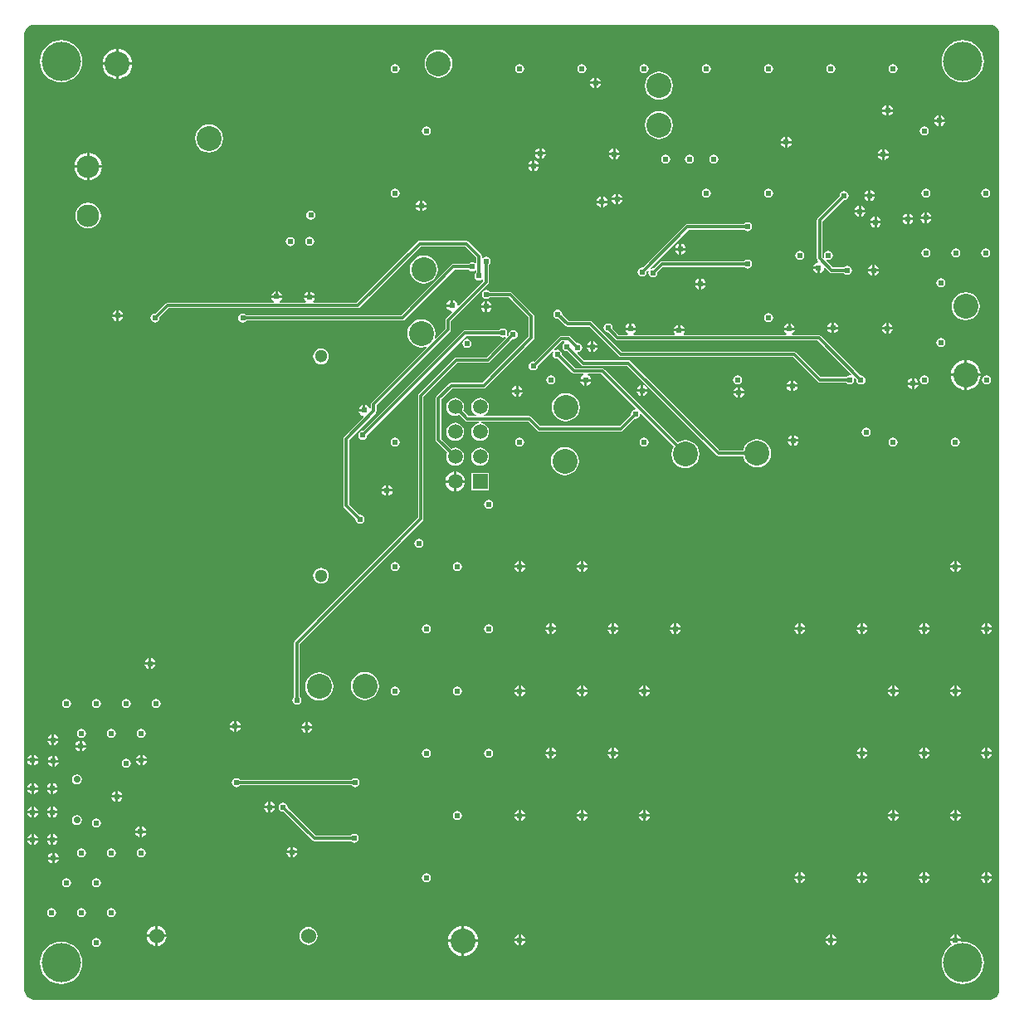
<source format=gbl>
G04*
G04 #@! TF.GenerationSoftware,Altium Limited,Altium Designer,20.1.8 (145)*
G04*
G04 Layer_Physical_Order=4*
G04 Layer_Color=16711680*
%FSAX25Y25*%
%MOIN*%
G70*
G04*
G04 #@! TF.SameCoordinates,789626A6-BF9B-44A6-AB2D-EC503BB7D56C*
G04*
G04*
G04 #@! TF.FilePolarity,Positive*
G04*
G01*
G75*
%ADD96C,0.01200*%
%ADD99C,0.05118*%
%ADD100R,0.05906X0.05906*%
%ADD101C,0.05906*%
%ADD102C,0.02756*%
%ADD103C,0.10000*%
%ADD104C,0.09055*%
%ADD105C,0.06000*%
%ADD106C,0.15748*%
%ADD107C,0.02400*%
G36*
X0389862Y0392528D02*
X0390586Y0392228D01*
X0391238Y0391793D01*
X0391793Y0391238D01*
X0392228Y0390586D01*
X0392528Y0389862D01*
X0392681Y0389093D01*
Y0388701D01*
Y0005000D01*
Y0004608D01*
X0392528Y0003839D01*
X0392228Y0003115D01*
X0391793Y0002463D01*
X0391238Y0001908D01*
X0390586Y0001473D01*
X0389862Y0001173D01*
X0389093Y0001020D01*
X0004608D01*
X0003839Y0001173D01*
X0003115Y0001473D01*
X0002463Y0001908D01*
X0001908Y0002463D01*
X0001473Y0003115D01*
X0001173Y0003839D01*
X0001020Y0004608D01*
Y0005000D01*
Y0388701D01*
Y0389093D01*
X0001173Y0389862D01*
X0001473Y0390586D01*
X0001908Y0391238D01*
X0002463Y0391793D01*
X0003115Y0392228D01*
X0003839Y0392528D01*
X0004608Y0392681D01*
X0389093D01*
X0389862Y0392528D01*
D02*
G37*
%LPC*%
G36*
X0038886Y0382948D02*
Y0377468D01*
X0044366D01*
X0044299Y0378145D01*
X0043956Y0379276D01*
X0043399Y0380318D01*
X0042649Y0381232D01*
X0041735Y0381981D01*
X0040693Y0382539D01*
X0039562Y0382882D01*
X0038886Y0382948D01*
D02*
G37*
G36*
X0037886D02*
X0037210Y0382882D01*
X0036079Y0382539D01*
X0035036Y0381981D01*
X0034123Y0381232D01*
X0033373Y0380318D01*
X0032816Y0379276D01*
X0032473Y0378145D01*
X0032406Y0377468D01*
X0037886D01*
Y0382948D01*
D02*
G37*
G36*
X0350000Y0376835D02*
X0349298Y0376696D01*
X0348702Y0376298D01*
X0348304Y0375702D01*
X0348165Y0375000D01*
X0348304Y0374298D01*
X0348702Y0373702D01*
X0349298Y0373304D01*
X0350000Y0373165D01*
X0350702Y0373304D01*
X0351298Y0373702D01*
X0351696Y0374298D01*
X0351835Y0375000D01*
X0351696Y0375702D01*
X0351298Y0376298D01*
X0350702Y0376696D01*
X0350000Y0376835D01*
D02*
G37*
G36*
X0325000D02*
X0324298Y0376696D01*
X0323702Y0376298D01*
X0323304Y0375702D01*
X0323165Y0375000D01*
X0323304Y0374298D01*
X0323702Y0373702D01*
X0324298Y0373304D01*
X0325000Y0373165D01*
X0325702Y0373304D01*
X0326298Y0373702D01*
X0326696Y0374298D01*
X0326835Y0375000D01*
X0326696Y0375702D01*
X0326298Y0376298D01*
X0325702Y0376696D01*
X0325000Y0376835D01*
D02*
G37*
G36*
X0300000D02*
X0299298Y0376696D01*
X0298702Y0376298D01*
X0298304Y0375702D01*
X0298165Y0375000D01*
X0298304Y0374298D01*
X0298702Y0373702D01*
X0299298Y0373304D01*
X0300000Y0373165D01*
X0300702Y0373304D01*
X0301298Y0373702D01*
X0301696Y0374298D01*
X0301835Y0375000D01*
X0301696Y0375702D01*
X0301298Y0376298D01*
X0300702Y0376696D01*
X0300000Y0376835D01*
D02*
G37*
G36*
X0275000D02*
X0274298Y0376696D01*
X0273702Y0376298D01*
X0273304Y0375702D01*
X0273165Y0375000D01*
X0273304Y0374298D01*
X0273702Y0373702D01*
X0274298Y0373304D01*
X0275000Y0373165D01*
X0275702Y0373304D01*
X0276298Y0373702D01*
X0276696Y0374298D01*
X0276835Y0375000D01*
X0276696Y0375702D01*
X0276298Y0376298D01*
X0275702Y0376696D01*
X0275000Y0376835D01*
D02*
G37*
G36*
X0250000D02*
X0249298Y0376696D01*
X0248702Y0376298D01*
X0248304Y0375702D01*
X0248165Y0375000D01*
X0248304Y0374298D01*
X0248702Y0373702D01*
X0249298Y0373304D01*
X0250000Y0373165D01*
X0250702Y0373304D01*
X0251298Y0373702D01*
X0251696Y0374298D01*
X0251835Y0375000D01*
X0251696Y0375702D01*
X0251298Y0376298D01*
X0250702Y0376696D01*
X0250000Y0376835D01*
D02*
G37*
G36*
X0225000D02*
X0224298Y0376696D01*
X0223702Y0376298D01*
X0223304Y0375702D01*
X0223165Y0375000D01*
X0223304Y0374298D01*
X0223702Y0373702D01*
X0224298Y0373304D01*
X0225000Y0373165D01*
X0225702Y0373304D01*
X0226298Y0373702D01*
X0226696Y0374298D01*
X0226835Y0375000D01*
X0226696Y0375702D01*
X0226298Y0376298D01*
X0225702Y0376696D01*
X0225000Y0376835D01*
D02*
G37*
G36*
X0200000D02*
X0199298Y0376696D01*
X0198702Y0376298D01*
X0198304Y0375702D01*
X0198165Y0375000D01*
X0198304Y0374298D01*
X0198702Y0373702D01*
X0199298Y0373304D01*
X0200000Y0373165D01*
X0200702Y0373304D01*
X0201298Y0373702D01*
X0201696Y0374298D01*
X0201835Y0375000D01*
X0201696Y0375702D01*
X0201298Y0376298D01*
X0200702Y0376696D01*
X0200000Y0376835D01*
D02*
G37*
G36*
X0150000D02*
X0149298Y0376696D01*
X0148702Y0376298D01*
X0148304Y0375702D01*
X0148165Y0375000D01*
X0148304Y0374298D01*
X0148702Y0373702D01*
X0149298Y0373304D01*
X0150000Y0373165D01*
X0150702Y0373304D01*
X0151298Y0373702D01*
X0151696Y0374298D01*
X0151835Y0375000D01*
X0151696Y0375702D01*
X0151298Y0376298D01*
X0150702Y0376696D01*
X0150000Y0376835D01*
D02*
G37*
G36*
X0167386Y0382617D02*
X0165924Y0382424D01*
X0164562Y0381860D01*
X0163392Y0380962D01*
X0162494Y0379793D01*
X0161930Y0378430D01*
X0161738Y0376969D01*
X0161930Y0375507D01*
X0162494Y0374144D01*
X0163392Y0372974D01*
X0164562Y0372077D01*
X0165924Y0371513D01*
X0167386Y0371320D01*
X0168848Y0371513D01*
X0170210Y0372077D01*
X0171380Y0372974D01*
X0172277Y0374144D01*
X0172842Y0375507D01*
X0173034Y0376969D01*
X0172842Y0378430D01*
X0172277Y0379793D01*
X0171380Y0380962D01*
X0170210Y0381860D01*
X0168848Y0382424D01*
X0167386Y0382617D01*
D02*
G37*
G36*
X0044366Y0376468D02*
X0038886D01*
Y0370989D01*
X0039562Y0371055D01*
X0040693Y0371398D01*
X0041735Y0371955D01*
X0042649Y0372705D01*
X0043399Y0373619D01*
X0043956Y0374661D01*
X0044299Y0375792D01*
X0044366Y0376468D01*
D02*
G37*
G36*
X0037886D02*
X0032406D01*
X0032473Y0375792D01*
X0032816Y0374661D01*
X0033373Y0373619D01*
X0034123Y0372705D01*
X0035036Y0371955D01*
X0036079Y0371398D01*
X0037210Y0371055D01*
X0037886Y0370989D01*
Y0376468D01*
D02*
G37*
G36*
X0230965Y0371455D02*
Y0369811D01*
X0232608D01*
X0232537Y0370169D01*
X0232051Y0370897D01*
X0231323Y0371383D01*
X0230965Y0371455D01*
D02*
G37*
G36*
X0229965D02*
X0229606Y0371383D01*
X0228878Y0370897D01*
X0228392Y0370169D01*
X0228321Y0369811D01*
X0229965D01*
Y0371455D01*
D02*
G37*
G36*
X0377953Y0386468D02*
X0376292Y0386304D01*
X0374694Y0385820D01*
X0373222Y0385033D01*
X0371932Y0383974D01*
X0370873Y0382683D01*
X0370086Y0381211D01*
X0369601Y0379614D01*
X0369438Y0377953D01*
X0369601Y0376292D01*
X0370086Y0374694D01*
X0370873Y0373222D01*
X0371932Y0371932D01*
X0373222Y0370873D01*
X0374694Y0370086D01*
X0376292Y0369601D01*
X0377953Y0369438D01*
X0379614Y0369601D01*
X0381211Y0370086D01*
X0382683Y0370873D01*
X0383974Y0371932D01*
X0385033Y0373222D01*
X0385820Y0374694D01*
X0386304Y0376292D01*
X0386468Y0377953D01*
X0386304Y0379614D01*
X0385820Y0381211D01*
X0385033Y0382683D01*
X0383974Y0383974D01*
X0382683Y0385033D01*
X0381211Y0385820D01*
X0379614Y0386304D01*
X0377953Y0386468D01*
D02*
G37*
G36*
X0015748D02*
X0014087Y0386304D01*
X0012489Y0385820D01*
X0011017Y0385033D01*
X0009727Y0383974D01*
X0008668Y0382683D01*
X0007881Y0381211D01*
X0007397Y0379614D01*
X0007233Y0377953D01*
X0007397Y0376292D01*
X0007881Y0374694D01*
X0008668Y0373222D01*
X0009727Y0371932D01*
X0011017Y0370873D01*
X0012489Y0370086D01*
X0014087Y0369601D01*
X0015748Y0369438D01*
X0017409Y0369601D01*
X0019007Y0370086D01*
X0020479Y0370873D01*
X0021769Y0371932D01*
X0022828Y0373222D01*
X0023615Y0374694D01*
X0024099Y0376292D01*
X0024263Y0377953D01*
X0024099Y0379614D01*
X0023615Y0381211D01*
X0022828Y0382683D01*
X0021769Y0383974D01*
X0020479Y0385033D01*
X0019007Y0385820D01*
X0017409Y0386304D01*
X0015748Y0386468D01*
D02*
G37*
G36*
X0232608Y0368811D02*
X0230965D01*
Y0367167D01*
X0231323Y0367239D01*
X0232051Y0367725D01*
X0232537Y0368453D01*
X0232608Y0368811D01*
D02*
G37*
G36*
X0229965D02*
X0228321D01*
X0228392Y0368453D01*
X0228878Y0367725D01*
X0229606Y0367239D01*
X0229965Y0367167D01*
Y0368811D01*
D02*
G37*
G36*
X0255906Y0373759D02*
X0254444Y0373566D01*
X0253081Y0373002D01*
X0251911Y0372104D01*
X0251014Y0370934D01*
X0250450Y0369572D01*
X0250257Y0368110D01*
X0250450Y0366648D01*
X0251014Y0365286D01*
X0251911Y0364116D01*
X0253081Y0363219D01*
X0254444Y0362654D01*
X0255906Y0362462D01*
X0257367Y0362654D01*
X0258730Y0363219D01*
X0259899Y0364116D01*
X0260797Y0365286D01*
X0261361Y0366648D01*
X0261554Y0368110D01*
X0261361Y0369572D01*
X0260797Y0370934D01*
X0259899Y0372104D01*
X0258730Y0373002D01*
X0257367Y0373566D01*
X0255906Y0373759D01*
D02*
G37*
G36*
X0348279Y0360349D02*
Y0358705D01*
X0349922D01*
X0349851Y0359064D01*
X0349365Y0359791D01*
X0348637Y0360277D01*
X0348279Y0360349D01*
D02*
G37*
G36*
X0347279D02*
X0346920Y0360277D01*
X0346193Y0359791D01*
X0345706Y0359064D01*
X0345635Y0358705D01*
X0347279D01*
Y0360349D01*
D02*
G37*
G36*
X0349922Y0357705D02*
X0348279D01*
Y0356062D01*
X0348637Y0356133D01*
X0349365Y0356619D01*
X0349851Y0357347D01*
X0349922Y0357705D01*
D02*
G37*
G36*
X0347279D02*
X0345635D01*
X0345706Y0357347D01*
X0346193Y0356619D01*
X0346920Y0356133D01*
X0347279Y0356062D01*
Y0357705D01*
D02*
G37*
G36*
X0369145Y0356215D02*
Y0354571D01*
X0370788D01*
X0370717Y0354930D01*
X0370231Y0355657D01*
X0369503Y0356144D01*
X0369145Y0356215D01*
D02*
G37*
G36*
X0368145D02*
X0367786Y0356144D01*
X0367059Y0355657D01*
X0366572Y0354930D01*
X0366501Y0354571D01*
X0368145D01*
Y0356215D01*
D02*
G37*
G36*
X0370788Y0353571D02*
X0369145D01*
Y0351928D01*
X0369503Y0351999D01*
X0370231Y0352485D01*
X0370717Y0353213D01*
X0370788Y0353571D01*
D02*
G37*
G36*
X0368145D02*
X0366501D01*
X0366572Y0353213D01*
X0367059Y0352485D01*
X0367786Y0351999D01*
X0368145Y0351928D01*
Y0353571D01*
D02*
G37*
G36*
X0362500Y0351835D02*
X0361798Y0351696D01*
X0361202Y0351298D01*
X0360804Y0350702D01*
X0360665Y0350000D01*
X0360804Y0349298D01*
X0361202Y0348702D01*
X0361798Y0348304D01*
X0362500Y0348165D01*
X0363202Y0348304D01*
X0363798Y0348702D01*
X0364196Y0349298D01*
X0364335Y0350000D01*
X0364196Y0350702D01*
X0363798Y0351298D01*
X0363202Y0351696D01*
X0362500Y0351835D01*
D02*
G37*
G36*
X0162500D02*
X0161798Y0351696D01*
X0161202Y0351298D01*
X0160804Y0350702D01*
X0160665Y0350000D01*
X0160804Y0349298D01*
X0161202Y0348702D01*
X0161798Y0348304D01*
X0162500Y0348165D01*
X0163202Y0348304D01*
X0163798Y0348702D01*
X0164196Y0349298D01*
X0164335Y0350000D01*
X0164196Y0350702D01*
X0163798Y0351298D01*
X0163202Y0351696D01*
X0162500Y0351835D01*
D02*
G37*
G36*
X0255906Y0358011D02*
X0254444Y0357818D01*
X0253081Y0357254D01*
X0251911Y0356356D01*
X0251014Y0355186D01*
X0250450Y0353824D01*
X0250257Y0352362D01*
X0250450Y0350900D01*
X0251014Y0349538D01*
X0251911Y0348368D01*
X0253081Y0347471D01*
X0254444Y0346906D01*
X0255906Y0346714D01*
X0257367Y0346906D01*
X0258730Y0347471D01*
X0259899Y0348368D01*
X0260797Y0349538D01*
X0261361Y0350900D01*
X0261554Y0352362D01*
X0261361Y0353824D01*
X0260797Y0355186D01*
X0259899Y0356356D01*
X0258730Y0357254D01*
X0257367Y0357818D01*
X0255906Y0358011D01*
D02*
G37*
G36*
X0307550Y0347620D02*
Y0345977D01*
X0309194D01*
X0309123Y0346335D01*
X0308636Y0347063D01*
X0307909Y0347549D01*
X0307550Y0347620D01*
D02*
G37*
G36*
X0306550D02*
X0306192Y0347549D01*
X0305464Y0347063D01*
X0304978Y0346335D01*
X0304907Y0345977D01*
X0306550D01*
Y0347620D01*
D02*
G37*
G36*
X0309194Y0344977D02*
X0307550D01*
Y0343333D01*
X0307909Y0343404D01*
X0308636Y0343891D01*
X0309123Y0344618D01*
X0309194Y0344977D01*
D02*
G37*
G36*
X0306550D02*
X0304907D01*
X0304978Y0344618D01*
X0305464Y0343891D01*
X0306192Y0343404D01*
X0306550Y0343333D01*
Y0344977D01*
D02*
G37*
G36*
X0208768Y0343089D02*
Y0341445D01*
X0210411D01*
X0210340Y0341803D01*
X0209854Y0342531D01*
X0209126Y0343017D01*
X0208768Y0343089D01*
D02*
G37*
G36*
X0207768D02*
X0207409Y0343017D01*
X0206682Y0342531D01*
X0206195Y0341803D01*
X0206124Y0341445D01*
X0207768D01*
Y0343089D01*
D02*
G37*
G36*
X0075197Y0352597D02*
X0073735Y0352405D01*
X0072373Y0351840D01*
X0071203Y0350943D01*
X0070305Y0349773D01*
X0069741Y0348411D01*
X0069548Y0346949D01*
X0069741Y0345487D01*
X0070305Y0344125D01*
X0071203Y0342955D01*
X0072373Y0342057D01*
X0073735Y0341493D01*
X0075197Y0341301D01*
X0076659Y0341493D01*
X0078021Y0342057D01*
X0079191Y0342955D01*
X0080088Y0344125D01*
X0080653Y0345487D01*
X0080845Y0346949D01*
X0080653Y0348411D01*
X0080088Y0349773D01*
X0079191Y0350943D01*
X0078021Y0351840D01*
X0076659Y0352405D01*
X0075197Y0352597D01*
D02*
G37*
G36*
X0238448Y0342848D02*
Y0341204D01*
X0240092D01*
X0240021Y0341563D01*
X0239534Y0342290D01*
X0238807Y0342777D01*
X0238448Y0342848D01*
D02*
G37*
G36*
X0237448D02*
X0237090Y0342777D01*
X0236362Y0342290D01*
X0235876Y0341563D01*
X0235805Y0341204D01*
X0237448D01*
Y0342848D01*
D02*
G37*
G36*
X0346550Y0342620D02*
Y0340977D01*
X0348194D01*
X0348123Y0341335D01*
X0347636Y0342063D01*
X0346909Y0342549D01*
X0346550Y0342620D01*
D02*
G37*
G36*
X0345550D02*
X0345192Y0342549D01*
X0344464Y0342063D01*
X0343978Y0341335D01*
X0343907Y0340977D01*
X0345550D01*
Y0342620D01*
D02*
G37*
G36*
X0210411Y0340445D02*
X0208768D01*
Y0338801D01*
X0209126Y0338873D01*
X0209854Y0339359D01*
X0210340Y0340087D01*
X0210411Y0340445D01*
D02*
G37*
G36*
X0207768D02*
X0206124D01*
X0206195Y0340087D01*
X0206682Y0339359D01*
X0207409Y0338873D01*
X0207768Y0338801D01*
Y0340445D01*
D02*
G37*
G36*
X0240092Y0340204D02*
X0238448D01*
Y0338561D01*
X0238807Y0338632D01*
X0239534Y0339118D01*
X0240021Y0339846D01*
X0240092Y0340204D01*
D02*
G37*
G36*
X0237448D02*
X0235805D01*
X0235876Y0339846D01*
X0236362Y0339118D01*
X0237090Y0338632D01*
X0237448Y0338561D01*
Y0340204D01*
D02*
G37*
G36*
X0348194Y0339977D02*
X0346550D01*
Y0338333D01*
X0346909Y0338404D01*
X0347636Y0338891D01*
X0348123Y0339618D01*
X0348194Y0339977D01*
D02*
G37*
G36*
X0345550D02*
X0343907D01*
X0343978Y0339618D01*
X0344464Y0338891D01*
X0345192Y0338404D01*
X0345550Y0338333D01*
Y0339977D01*
D02*
G37*
G36*
X0268126Y0340418D02*
X0267423Y0340278D01*
X0266828Y0339880D01*
X0266430Y0339285D01*
X0266290Y0338583D01*
X0266430Y0337880D01*
X0266828Y0337285D01*
X0267423Y0336887D01*
X0268126Y0336747D01*
X0268828Y0336887D01*
X0269423Y0337285D01*
X0269821Y0337880D01*
X0269961Y0338583D01*
X0269821Y0339285D01*
X0269423Y0339880D01*
X0268828Y0340278D01*
X0268126Y0340418D01*
D02*
G37*
G36*
X0258677D02*
X0257975Y0340278D01*
X0257379Y0339880D01*
X0256981Y0339285D01*
X0256842Y0338583D01*
X0256981Y0337880D01*
X0257379Y0337285D01*
X0257975Y0336887D01*
X0258677Y0336747D01*
X0259379Y0336887D01*
X0259975Y0337285D01*
X0260372Y0337880D01*
X0260512Y0338583D01*
X0260372Y0339285D01*
X0259975Y0339880D01*
X0259379Y0340278D01*
X0258677Y0340418D01*
D02*
G37*
G36*
X0277953Y0340411D02*
X0277250Y0340271D01*
X0276655Y0339874D01*
X0276257Y0339278D01*
X0276117Y0338576D01*
X0276257Y0337874D01*
X0276655Y0337278D01*
X0277250Y0336880D01*
X0277953Y0336741D01*
X0278655Y0336880D01*
X0279250Y0337278D01*
X0279648Y0337874D01*
X0279788Y0338576D01*
X0279648Y0339278D01*
X0279250Y0339874D01*
X0278655Y0340271D01*
X0277953Y0340411D01*
D02*
G37*
G36*
X0206050Y0338120D02*
Y0336477D01*
X0207694D01*
X0207623Y0336835D01*
X0207136Y0337563D01*
X0206409Y0338049D01*
X0206050Y0338120D01*
D02*
G37*
G36*
X0205050D02*
X0204692Y0338049D01*
X0203964Y0337563D01*
X0203478Y0336835D01*
X0203407Y0336477D01*
X0205050D01*
Y0338120D01*
D02*
G37*
G36*
X0027075Y0341139D02*
Y0336130D01*
X0032084D01*
X0031960Y0337073D01*
X0031403Y0338418D01*
X0030517Y0339572D01*
X0029362Y0340458D01*
X0028018Y0341015D01*
X0027075Y0341139D01*
D02*
G37*
G36*
X0026075D02*
X0025132Y0341015D01*
X0023787Y0340458D01*
X0022633Y0339572D01*
X0021746Y0338418D01*
X0021190Y0337073D01*
X0021065Y0336130D01*
X0026075D01*
Y0341139D01*
D02*
G37*
G36*
X0207694Y0335477D02*
X0206050D01*
Y0333833D01*
X0206409Y0333904D01*
X0207136Y0334391D01*
X0207623Y0335118D01*
X0207694Y0335477D01*
D02*
G37*
G36*
X0205050D02*
X0203407D01*
X0203478Y0335118D01*
X0203964Y0334391D01*
X0204692Y0333904D01*
X0205050Y0333833D01*
Y0335477D01*
D02*
G37*
G36*
X0032084Y0335130D02*
X0027075D01*
Y0330120D01*
X0028018Y0330245D01*
X0029362Y0330802D01*
X0030517Y0331688D01*
X0031403Y0332842D01*
X0031960Y0334187D01*
X0032084Y0335130D01*
D02*
G37*
G36*
X0026075D02*
X0021065D01*
X0021190Y0334187D01*
X0021746Y0332842D01*
X0022633Y0331688D01*
X0023787Y0330802D01*
X0025132Y0330245D01*
X0026075Y0330120D01*
Y0335130D01*
D02*
G37*
G36*
X0341050Y0326120D02*
Y0324477D01*
X0342694D01*
X0342623Y0324835D01*
X0342136Y0325563D01*
X0341409Y0326049D01*
X0341050Y0326120D01*
D02*
G37*
G36*
X0340050D02*
X0339692Y0326049D01*
X0338964Y0325563D01*
X0338478Y0324835D01*
X0338407Y0324477D01*
X0340050D01*
Y0326120D01*
D02*
G37*
G36*
X0300000Y0326835D02*
X0299298Y0326696D01*
X0298702Y0326298D01*
X0298304Y0325702D01*
X0298165Y0325000D01*
X0298304Y0324298D01*
X0298702Y0323702D01*
X0299298Y0323304D01*
X0300000Y0323165D01*
X0300702Y0323304D01*
X0301298Y0323702D01*
X0301696Y0324298D01*
X0301835Y0325000D01*
X0301696Y0325702D01*
X0301298Y0326298D01*
X0300702Y0326696D01*
X0300000Y0326835D01*
D02*
G37*
G36*
X0275000D02*
X0274298Y0326696D01*
X0273702Y0326298D01*
X0273304Y0325702D01*
X0273165Y0325000D01*
X0273304Y0324298D01*
X0273702Y0323702D01*
X0274298Y0323304D01*
X0275000Y0323165D01*
X0275702Y0323304D01*
X0276298Y0323702D01*
X0276696Y0324298D01*
X0276835Y0325000D01*
X0276696Y0325702D01*
X0276298Y0326298D01*
X0275702Y0326696D01*
X0275000Y0326835D01*
D02*
G37*
G36*
X0150000D02*
X0149298Y0326696D01*
X0148702Y0326298D01*
X0148304Y0325702D01*
X0148165Y0325000D01*
X0148304Y0324298D01*
X0148702Y0323702D01*
X0149298Y0323304D01*
X0150000Y0323165D01*
X0150702Y0323304D01*
X0151298Y0323702D01*
X0151696Y0324298D01*
X0151835Y0325000D01*
X0151696Y0325702D01*
X0151298Y0326298D01*
X0150702Y0326696D01*
X0150000Y0326835D01*
D02*
G37*
G36*
X0239629Y0324738D02*
Y0323094D01*
X0241273D01*
X0241202Y0323452D01*
X0240716Y0324180D01*
X0239988Y0324666D01*
X0239629Y0324738D01*
D02*
G37*
G36*
X0238629D02*
X0238271Y0324666D01*
X0237543Y0324180D01*
X0237057Y0323452D01*
X0236986Y0323094D01*
X0238629D01*
Y0324738D01*
D02*
G37*
G36*
X0387187Y0326737D02*
X0386485Y0326597D01*
X0385890Y0326200D01*
X0385492Y0325604D01*
X0385352Y0324902D01*
X0385492Y0324200D01*
X0385890Y0323604D01*
X0386485Y0323206D01*
X0387187Y0323066D01*
X0387890Y0323206D01*
X0388485Y0323604D01*
X0388883Y0324200D01*
X0389023Y0324902D01*
X0388883Y0325604D01*
X0388485Y0326200D01*
X0387890Y0326597D01*
X0387187Y0326737D01*
D02*
G37*
G36*
X0363187D02*
X0362485Y0326597D01*
X0361890Y0326200D01*
X0361492Y0325604D01*
X0361352Y0324902D01*
X0361492Y0324200D01*
X0361890Y0323604D01*
X0362485Y0323206D01*
X0363187Y0323066D01*
X0363890Y0323206D01*
X0364485Y0323604D01*
X0364883Y0324200D01*
X0365023Y0324902D01*
X0364883Y0325604D01*
X0364485Y0326200D01*
X0363890Y0326597D01*
X0363187Y0326737D01*
D02*
G37*
G36*
X0330315Y0325851D02*
X0329613Y0325711D01*
X0329017Y0325313D01*
X0328619Y0324718D01*
X0328480Y0324016D01*
X0328521Y0323808D01*
X0319679Y0314966D01*
X0319436Y0314602D01*
X0319351Y0314173D01*
X0319351Y0314173D01*
Y0298819D01*
X0319351Y0298819D01*
X0319436Y0298390D01*
X0319679Y0298026D01*
X0320005Y0297700D01*
X0319823Y0297175D01*
X0319192Y0297049D01*
X0318464Y0296563D01*
X0317978Y0295835D01*
X0317907Y0295477D01*
X0320050D01*
Y0294977D01*
X0320550D01*
Y0292833D01*
X0320909Y0292904D01*
X0321636Y0293391D01*
X0322123Y0294118D01*
X0322248Y0294750D01*
X0322773Y0294932D01*
X0324533Y0293173D01*
X0324533Y0293173D01*
X0324897Y0292929D01*
X0325326Y0292844D01*
X0325326Y0292844D01*
X0330210D01*
X0330327Y0292668D01*
X0330923Y0292270D01*
X0331625Y0292130D01*
X0332327Y0292270D01*
X0332923Y0292668D01*
X0333321Y0293263D01*
X0333460Y0293966D01*
X0333321Y0294668D01*
X0332923Y0295263D01*
X0332327Y0295661D01*
X0331625Y0295801D01*
X0330923Y0295661D01*
X0330327Y0295263D01*
X0330210Y0295087D01*
X0325790D01*
X0322894Y0297983D01*
X0323213Y0298372D01*
X0323313Y0298304D01*
X0324016Y0298165D01*
X0324718Y0298304D01*
X0325313Y0298702D01*
X0325711Y0299298D01*
X0325851Y0300000D01*
X0325711Y0300702D01*
X0325313Y0301298D01*
X0324718Y0301696D01*
X0324016Y0301835D01*
X0323313Y0301696D01*
X0322718Y0301298D01*
X0322320Y0300702D01*
X0322181Y0300000D01*
X0322320Y0299298D01*
X0322387Y0299197D01*
X0321999Y0298879D01*
X0321594Y0299284D01*
Y0313709D01*
X0330107Y0322222D01*
X0330315Y0322181D01*
X0331017Y0322320D01*
X0331613Y0322718D01*
X0332011Y0323313D01*
X0332150Y0324016D01*
X0332011Y0324718D01*
X0331613Y0325313D01*
X0331017Y0325711D01*
X0330315Y0325851D01*
D02*
G37*
G36*
X0233550Y0323620D02*
Y0321977D01*
X0235194D01*
X0235123Y0322335D01*
X0234636Y0323063D01*
X0233909Y0323549D01*
X0233550Y0323620D01*
D02*
G37*
G36*
X0232550D02*
X0232192Y0323549D01*
X0231464Y0323063D01*
X0230978Y0322335D01*
X0230907Y0321977D01*
X0232550D01*
Y0323620D01*
D02*
G37*
G36*
X0342694Y0323477D02*
X0341050D01*
Y0321833D01*
X0341409Y0321904D01*
X0342136Y0322391D01*
X0342623Y0323118D01*
X0342694Y0323477D01*
D02*
G37*
G36*
X0340050D02*
X0338407D01*
X0338478Y0323118D01*
X0338964Y0322391D01*
X0339692Y0321904D01*
X0340050Y0321833D01*
Y0323477D01*
D02*
G37*
G36*
X0241273Y0322094D02*
X0239629D01*
Y0320450D01*
X0239988Y0320522D01*
X0240716Y0321008D01*
X0241202Y0321736D01*
X0241273Y0322094D01*
D02*
G37*
G36*
X0238629D02*
X0236986D01*
X0237057Y0321736D01*
X0237543Y0321008D01*
X0238271Y0320522D01*
X0238629Y0320450D01*
Y0322094D01*
D02*
G37*
G36*
X0160933Y0322025D02*
Y0320382D01*
X0162577D01*
X0162505Y0320740D01*
X0162019Y0321468D01*
X0161292Y0321954D01*
X0160933Y0322025D01*
D02*
G37*
G36*
X0159933D02*
X0159575Y0321954D01*
X0158847Y0321468D01*
X0158361Y0320740D01*
X0158289Y0320382D01*
X0159933D01*
Y0322025D01*
D02*
G37*
G36*
X0235194Y0320977D02*
X0233550D01*
Y0319333D01*
X0233909Y0319404D01*
X0234636Y0319891D01*
X0235123Y0320618D01*
X0235194Y0320977D01*
D02*
G37*
G36*
X0232550D02*
X0230907D01*
X0230978Y0320618D01*
X0231464Y0319891D01*
X0232192Y0319404D01*
X0232550Y0319333D01*
Y0320977D01*
D02*
G37*
G36*
X0337114Y0319860D02*
Y0318216D01*
X0338758D01*
X0338686Y0318575D01*
X0338200Y0319303D01*
X0337473Y0319789D01*
X0337114Y0319860D01*
D02*
G37*
G36*
X0336114D02*
X0335756Y0319789D01*
X0335028Y0319303D01*
X0334542Y0318575D01*
X0334471Y0318216D01*
X0336114D01*
Y0319860D01*
D02*
G37*
G36*
X0162577Y0319382D02*
X0160933D01*
Y0317738D01*
X0161292Y0317810D01*
X0162019Y0318296D01*
X0162505Y0319023D01*
X0162577Y0319382D01*
D02*
G37*
G36*
X0159933D02*
X0158289D01*
X0158361Y0319023D01*
X0158847Y0318296D01*
X0159575Y0317810D01*
X0159933Y0317738D01*
Y0319382D01*
D02*
G37*
G36*
X0338758Y0317216D02*
X0337114D01*
Y0315573D01*
X0337473Y0315644D01*
X0338200Y0316130D01*
X0338686Y0316858D01*
X0338758Y0317216D01*
D02*
G37*
G36*
X0336114D02*
X0334471D01*
X0334542Y0316858D01*
X0335028Y0316130D01*
X0335756Y0315644D01*
X0336114Y0315573D01*
Y0317216D01*
D02*
G37*
G36*
X0363645Y0317215D02*
Y0315571D01*
X0365288D01*
X0365217Y0315930D01*
X0364731Y0316657D01*
X0364003Y0317144D01*
X0363645Y0317215D01*
D02*
G37*
G36*
X0362645D02*
X0362286Y0317144D01*
X0361559Y0316657D01*
X0361072Y0315930D01*
X0361001Y0315571D01*
X0362645D01*
Y0317215D01*
D02*
G37*
G36*
X0356405Y0316711D02*
Y0315067D01*
X0358049D01*
X0357978Y0315425D01*
X0357492Y0316153D01*
X0356764Y0316639D01*
X0356405Y0316711D01*
D02*
G37*
G36*
X0355405D02*
X0355047Y0316639D01*
X0354319Y0316153D01*
X0353833Y0315425D01*
X0353762Y0315067D01*
X0355405D01*
Y0316711D01*
D02*
G37*
G36*
X0116081Y0318038D02*
X0115379Y0317898D01*
X0114783Y0317500D01*
X0114385Y0316905D01*
X0114246Y0316203D01*
X0114385Y0315500D01*
X0114783Y0314905D01*
X0115379Y0314507D01*
X0116081Y0314367D01*
X0116783Y0314507D01*
X0117379Y0314905D01*
X0117776Y0315500D01*
X0117916Y0316203D01*
X0117776Y0316905D01*
X0117379Y0317500D01*
X0116783Y0317898D01*
X0116081Y0318038D01*
D02*
G37*
G36*
X0343413Y0315529D02*
Y0313886D01*
X0345057D01*
X0344986Y0314244D01*
X0344499Y0314972D01*
X0343772Y0315458D01*
X0343413Y0315529D01*
D02*
G37*
G36*
X0342413D02*
X0342055Y0315458D01*
X0341327Y0314972D01*
X0340841Y0314244D01*
X0340770Y0313886D01*
X0342413D01*
Y0315529D01*
D02*
G37*
G36*
X0365288Y0314571D02*
X0363645D01*
Y0312928D01*
X0364003Y0312999D01*
X0364731Y0313485D01*
X0365217Y0314213D01*
X0365288Y0314571D01*
D02*
G37*
G36*
X0362645D02*
X0361001D01*
X0361072Y0314213D01*
X0361559Y0313485D01*
X0362286Y0312999D01*
X0362645Y0312928D01*
Y0314571D01*
D02*
G37*
G36*
X0291550Y0313312D02*
X0290848Y0313172D01*
X0290252Y0312774D01*
X0290135Y0312598D01*
X0267382D01*
X0267382Y0312598D01*
X0266953Y0312513D01*
X0266589Y0312270D01*
X0266589Y0312270D01*
X0249420Y0295101D01*
X0249213Y0295142D01*
X0248510Y0295003D01*
X0247915Y0294605D01*
X0247517Y0294009D01*
X0247377Y0293307D01*
X0247517Y0292605D01*
X0247915Y0292009D01*
X0248510Y0291612D01*
X0249213Y0291472D01*
X0249915Y0291612D01*
X0250510Y0292009D01*
X0250908Y0292605D01*
X0251048Y0293307D01*
X0251007Y0293515D01*
X0251526Y0294035D01*
X0251915Y0293716D01*
X0251848Y0293616D01*
X0251708Y0292913D01*
X0251848Y0292211D01*
X0252246Y0291616D01*
X0252841Y0291218D01*
X0253543Y0291078D01*
X0254246Y0291218D01*
X0254841Y0291616D01*
X0255239Y0292211D01*
X0255379Y0292913D01*
X0255337Y0293121D01*
X0257571Y0295355D01*
X0290135D01*
X0290252Y0295179D01*
X0290848Y0294781D01*
X0291550Y0294641D01*
X0292253Y0294781D01*
X0292848Y0295179D01*
X0293246Y0295774D01*
X0293386Y0296477D01*
X0293246Y0297179D01*
X0292848Y0297775D01*
X0292253Y0298172D01*
X0291550Y0298312D01*
X0290848Y0298172D01*
X0290252Y0297775D01*
X0290135Y0297598D01*
X0257107D01*
X0257107Y0297598D01*
X0256678Y0297513D01*
X0256314Y0297270D01*
X0256314Y0297270D01*
X0253751Y0294707D01*
X0253543Y0294749D01*
X0252841Y0294609D01*
X0252741Y0294542D01*
X0252422Y0294930D01*
X0267847Y0310355D01*
X0290135D01*
X0290252Y0310179D01*
X0290848Y0309781D01*
X0291550Y0309642D01*
X0292253Y0309781D01*
X0292848Y0310179D01*
X0293246Y0310774D01*
X0293386Y0311477D01*
X0293246Y0312179D01*
X0292848Y0312774D01*
X0292253Y0313172D01*
X0291550Y0313312D01*
D02*
G37*
G36*
X0358049Y0314067D02*
X0356405D01*
Y0312423D01*
X0356764Y0312495D01*
X0357492Y0312981D01*
X0357978Y0313708D01*
X0358049Y0314067D01*
D02*
G37*
G36*
X0355405D02*
X0353762D01*
X0353833Y0313708D01*
X0354319Y0312981D01*
X0355047Y0312495D01*
X0355405Y0312423D01*
Y0314067D01*
D02*
G37*
G36*
X0345057Y0312886D02*
X0343413D01*
Y0311242D01*
X0343772Y0311314D01*
X0344499Y0311800D01*
X0344986Y0312527D01*
X0345057Y0312886D01*
D02*
G37*
G36*
X0342413D02*
X0340770D01*
X0340841Y0312527D01*
X0341327Y0311800D01*
X0342055Y0311314D01*
X0342413Y0311242D01*
Y0312886D01*
D02*
G37*
G36*
X0026575Y0321117D02*
X0025236Y0320940D01*
X0023989Y0320424D01*
X0022918Y0319602D01*
X0022096Y0318531D01*
X0021579Y0317283D01*
X0021403Y0315945D01*
X0021579Y0314606D01*
X0022096Y0313359D01*
X0022918Y0312288D01*
X0023989Y0311466D01*
X0025236Y0310949D01*
X0026575Y0310773D01*
X0027913Y0310949D01*
X0029161Y0311466D01*
X0030232Y0312288D01*
X0031054Y0313359D01*
X0031570Y0314606D01*
X0031747Y0315945D01*
X0031570Y0317283D01*
X0031054Y0318531D01*
X0030232Y0319602D01*
X0029161Y0320424D01*
X0027913Y0320940D01*
X0026575Y0321117D01*
D02*
G37*
G36*
X0178591Y0305846D02*
X0178591Y0305846D01*
X0159843D01*
X0159843Y0305846D01*
X0159413Y0305761D01*
X0159049Y0305518D01*
X0159049Y0305517D01*
X0134575Y0281043D01*
X0117060D01*
X0116908Y0281543D01*
X0117086Y0281662D01*
X0117572Y0282390D01*
X0117644Y0282748D01*
X0113356D01*
X0113428Y0282390D01*
X0113914Y0281662D01*
X0114092Y0281543D01*
X0113940Y0281043D01*
X0103598D01*
X0103446Y0281543D01*
X0103948Y0281878D01*
X0104435Y0282606D01*
X0104506Y0282965D01*
X0100219D01*
X0100290Y0282606D01*
X0100776Y0281878D01*
X0101278Y0281543D01*
X0101127Y0281043D01*
X0058583D01*
X0058583Y0281043D01*
X0058153Y0280957D01*
X0057790Y0280714D01*
X0057790Y0280714D01*
X0053708Y0276632D01*
X0053500Y0276674D01*
X0052798Y0276534D01*
X0052202Y0276136D01*
X0051804Y0275541D01*
X0051665Y0274838D01*
X0051804Y0274136D01*
X0052202Y0273541D01*
X0052798Y0273143D01*
X0053500Y0273003D01*
X0054202Y0273143D01*
X0054798Y0273541D01*
X0055196Y0274136D01*
X0055335Y0274838D01*
X0055294Y0275046D01*
X0059047Y0278800D01*
X0135039D01*
X0135039Y0278800D01*
X0135469Y0278885D01*
X0135832Y0279128D01*
X0160307Y0303603D01*
X0178126D01*
X0182512Y0299218D01*
Y0296977D01*
X0182328Y0296853D01*
X0182012Y0296755D01*
X0181502Y0297096D01*
X0180800Y0297235D01*
X0180098Y0297096D01*
X0179502Y0296698D01*
X0179385Y0296521D01*
X0173353D01*
X0173353Y0296522D01*
X0172924Y0296436D01*
X0172560Y0296193D01*
X0172560Y0296193D01*
X0152336Y0275970D01*
X0090161D01*
X0090043Y0276146D01*
X0089448Y0276544D01*
X0088746Y0276683D01*
X0088043Y0276544D01*
X0087448Y0276146D01*
X0087050Y0275550D01*
X0086910Y0274848D01*
X0087050Y0274146D01*
X0087448Y0273550D01*
X0088043Y0273152D01*
X0088746Y0273013D01*
X0089448Y0273152D01*
X0090043Y0273550D01*
X0090161Y0273727D01*
X0152801D01*
X0152801Y0273726D01*
X0153230Y0273812D01*
X0153594Y0274055D01*
X0173817Y0294279D01*
X0179385D01*
X0179502Y0294102D01*
X0180098Y0293704D01*
X0180800Y0293565D01*
X0181502Y0293704D01*
X0182012Y0294045D01*
X0182328Y0293947D01*
X0182512Y0293823D01*
Y0293167D01*
X0182335Y0293049D01*
X0181938Y0292454D01*
X0181798Y0291752D01*
X0181938Y0291049D01*
X0182335Y0290454D01*
X0182931Y0290056D01*
X0183633Y0289916D01*
X0184335Y0290056D01*
X0184808Y0290372D01*
X0185308Y0290187D01*
Y0289650D01*
X0175442Y0279784D01*
X0174958Y0280007D01*
X0174816Y0280720D01*
X0174330Y0281448D01*
X0173602Y0281934D01*
X0173243Y0282006D01*
Y0279862D01*
X0172743D01*
Y0279362D01*
X0170600D01*
X0170671Y0279004D01*
X0171157Y0278276D01*
X0171885Y0277790D01*
X0172599Y0277648D01*
X0172821Y0277164D01*
X0170467Y0274809D01*
X0170224Y0274445D01*
X0170138Y0274016D01*
X0170138Y0274016D01*
Y0270543D01*
X0166145Y0266550D01*
X0165721Y0266833D01*
X0165889Y0267239D01*
X0166081Y0268701D01*
X0165889Y0270163D01*
X0165325Y0271525D01*
X0164427Y0272695D01*
X0163257Y0273592D01*
X0161895Y0274157D01*
X0160433Y0274349D01*
X0158971Y0274157D01*
X0157609Y0273592D01*
X0156439Y0272695D01*
X0155542Y0271525D01*
X0154977Y0270163D01*
X0154785Y0268701D01*
X0154977Y0267239D01*
X0155542Y0265877D01*
X0156439Y0264707D01*
X0157609Y0263809D01*
X0158971Y0263245D01*
X0160433Y0263053D01*
X0161895Y0263245D01*
X0162301Y0263413D01*
X0162584Y0262989D01*
X0140545Y0240950D01*
X0140302Y0240587D01*
X0140217Y0240158D01*
X0140217Y0240157D01*
Y0238392D01*
X0140136Y0238334D01*
X0139583Y0238551D01*
X0139572Y0238606D01*
X0139086Y0239334D01*
X0138358Y0239820D01*
X0138000Y0239892D01*
Y0237748D01*
X0137500D01*
Y0237248D01*
X0135356D01*
X0135428Y0236890D01*
X0135914Y0236162D01*
X0136642Y0235676D01*
X0137207Y0235563D01*
X0137372Y0235021D01*
X0129522Y0227171D01*
X0129279Y0226807D01*
X0129193Y0226378D01*
X0129193Y0226378D01*
Y0199409D01*
X0129193Y0199409D01*
X0129279Y0198980D01*
X0129522Y0198616D01*
X0134033Y0194105D01*
X0133992Y0193898D01*
X0134131Y0193195D01*
X0134529Y0192600D01*
X0135125Y0192202D01*
X0135827Y0192062D01*
X0136529Y0192202D01*
X0137125Y0192600D01*
X0137522Y0193195D01*
X0137662Y0193898D01*
X0137522Y0194600D01*
X0137125Y0195195D01*
X0136529Y0195593D01*
X0135827Y0195733D01*
X0135619Y0195692D01*
X0131437Y0199874D01*
Y0225913D01*
X0142132Y0236609D01*
X0142132Y0236609D01*
X0142375Y0236972D01*
X0142460Y0237402D01*
Y0239693D01*
X0172053Y0269286D01*
X0172053Y0269286D01*
X0172296Y0269650D01*
X0172381Y0270079D01*
X0172381Y0270079D01*
Y0273551D01*
X0187222Y0288392D01*
X0187222Y0288392D01*
X0187466Y0288756D01*
X0187551Y0289185D01*
X0187551Y0289185D01*
Y0296222D01*
X0187727Y0296340D01*
X0188125Y0296936D01*
X0188265Y0297638D01*
X0188125Y0298340D01*
X0187727Y0298936D01*
X0187132Y0299333D01*
X0186429Y0299473D01*
X0185727Y0299333D01*
X0185255Y0299018D01*
X0184755Y0299203D01*
Y0299682D01*
X0184669Y0300112D01*
X0184426Y0300475D01*
X0184426Y0300475D01*
X0179384Y0305518D01*
X0179020Y0305761D01*
X0178591Y0305846D01*
D02*
G37*
G36*
X0115687Y0307408D02*
X0114985Y0307268D01*
X0114390Y0306870D01*
X0113992Y0306275D01*
X0113852Y0305573D01*
X0113992Y0304870D01*
X0114390Y0304275D01*
X0114985Y0303877D01*
X0115687Y0303737D01*
X0116390Y0303877D01*
X0116985Y0304275D01*
X0117383Y0304870D01*
X0117523Y0305573D01*
X0117383Y0306275D01*
X0116985Y0306870D01*
X0116390Y0307268D01*
X0115687Y0307408D01*
D02*
G37*
G36*
X0107874Y0307347D02*
X0107172Y0307207D01*
X0106576Y0306809D01*
X0106178Y0306214D01*
X0106039Y0305512D01*
X0106178Y0304809D01*
X0106576Y0304214D01*
X0107172Y0303816D01*
X0107874Y0303677D01*
X0108576Y0303816D01*
X0109172Y0304214D01*
X0109570Y0304809D01*
X0109709Y0305512D01*
X0109570Y0306214D01*
X0109172Y0306809D01*
X0108576Y0307207D01*
X0107874Y0307347D01*
D02*
G37*
G36*
X0265050Y0304620D02*
Y0302977D01*
X0266694D01*
X0266623Y0303335D01*
X0266136Y0304063D01*
X0265409Y0304549D01*
X0265050Y0304620D01*
D02*
G37*
G36*
X0264050D02*
X0263692Y0304549D01*
X0262964Y0304063D01*
X0262478Y0303335D01*
X0262407Y0302977D01*
X0264050D01*
Y0304620D01*
D02*
G37*
G36*
X0266694Y0301977D02*
X0265050D01*
Y0300333D01*
X0265409Y0300404D01*
X0266136Y0300891D01*
X0266623Y0301618D01*
X0266694Y0301977D01*
D02*
G37*
G36*
X0264050D02*
X0262407D01*
X0262478Y0301618D01*
X0262964Y0300891D01*
X0263692Y0300404D01*
X0264050Y0300333D01*
Y0301977D01*
D02*
G37*
G36*
X0387187Y0302737D02*
X0386485Y0302597D01*
X0385890Y0302200D01*
X0385492Y0301604D01*
X0385352Y0300902D01*
X0385492Y0300200D01*
X0385890Y0299604D01*
X0386485Y0299206D01*
X0387187Y0299066D01*
X0387890Y0299206D01*
X0388485Y0299604D01*
X0388883Y0300200D01*
X0389023Y0300902D01*
X0388883Y0301604D01*
X0388485Y0302200D01*
X0387890Y0302597D01*
X0387187Y0302737D01*
D02*
G37*
G36*
X0375187D02*
X0374485Y0302597D01*
X0373890Y0302200D01*
X0373492Y0301604D01*
X0373352Y0300902D01*
X0373492Y0300200D01*
X0373890Y0299604D01*
X0374485Y0299206D01*
X0375187Y0299066D01*
X0375890Y0299206D01*
X0376485Y0299604D01*
X0376883Y0300200D01*
X0377023Y0300902D01*
X0376883Y0301604D01*
X0376485Y0302200D01*
X0375890Y0302597D01*
X0375187Y0302737D01*
D02*
G37*
G36*
X0363187D02*
X0362485Y0302597D01*
X0361890Y0302200D01*
X0361492Y0301604D01*
X0361352Y0300902D01*
X0361492Y0300200D01*
X0361890Y0299604D01*
X0362485Y0299206D01*
X0363187Y0299066D01*
X0363890Y0299206D01*
X0364485Y0299604D01*
X0364883Y0300200D01*
X0365023Y0300902D01*
X0364883Y0301604D01*
X0364485Y0302200D01*
X0363890Y0302597D01*
X0363187Y0302737D01*
D02*
G37*
G36*
X0312500Y0301835D02*
X0311798Y0301696D01*
X0311202Y0301298D01*
X0310804Y0300702D01*
X0310665Y0300000D01*
X0310804Y0299298D01*
X0311202Y0298702D01*
X0311798Y0298304D01*
X0312500Y0298165D01*
X0313202Y0298304D01*
X0313798Y0298702D01*
X0314196Y0299298D01*
X0314335Y0300000D01*
X0314196Y0300702D01*
X0313798Y0301298D01*
X0313202Y0301696D01*
X0312500Y0301835D01*
D02*
G37*
G36*
X0342573Y0296143D02*
Y0294500D01*
X0344217D01*
X0344146Y0294858D01*
X0343659Y0295586D01*
X0342932Y0296072D01*
X0342573Y0296143D01*
D02*
G37*
G36*
X0341573D02*
X0341215Y0296072D01*
X0340487Y0295586D01*
X0340001Y0294858D01*
X0339930Y0294500D01*
X0341573D01*
Y0296143D01*
D02*
G37*
G36*
X0319550Y0294477D02*
X0317907D01*
X0317978Y0294118D01*
X0318464Y0293391D01*
X0319192Y0292904D01*
X0319550Y0292833D01*
Y0294477D01*
D02*
G37*
G36*
X0344217Y0293500D02*
X0342573D01*
Y0291856D01*
X0342932Y0291927D01*
X0343659Y0292414D01*
X0344146Y0293141D01*
X0344217Y0293500D01*
D02*
G37*
G36*
X0341573D02*
X0339930D01*
X0340001Y0293141D01*
X0340487Y0292414D01*
X0341215Y0291927D01*
X0341573Y0291856D01*
Y0293500D01*
D02*
G37*
G36*
X0273050Y0290620D02*
Y0288977D01*
X0274694D01*
X0274623Y0289335D01*
X0274136Y0290063D01*
X0273409Y0290549D01*
X0273050Y0290620D01*
D02*
G37*
G36*
X0272050D02*
X0271692Y0290549D01*
X0270964Y0290063D01*
X0270478Y0289335D01*
X0270407Y0288977D01*
X0272050D01*
Y0290620D01*
D02*
G37*
G36*
X0161417Y0299940D02*
X0159955Y0299747D01*
X0158593Y0299183D01*
X0157423Y0298285D01*
X0156526Y0297115D01*
X0155962Y0295753D01*
X0155769Y0294291D01*
X0155962Y0292829D01*
X0156526Y0291467D01*
X0157423Y0290297D01*
X0158593Y0289400D01*
X0159955Y0288836D01*
X0161417Y0288643D01*
X0162879Y0288836D01*
X0164242Y0289400D01*
X0165411Y0290297D01*
X0166309Y0291467D01*
X0166873Y0292829D01*
X0167066Y0294291D01*
X0166873Y0295753D01*
X0166309Y0297115D01*
X0165411Y0298285D01*
X0164242Y0299183D01*
X0162879Y0299747D01*
X0161417Y0299940D01*
D02*
G37*
G36*
X0369187Y0290737D02*
X0368485Y0290597D01*
X0367890Y0290199D01*
X0367492Y0289604D01*
X0367352Y0288902D01*
X0367492Y0288199D01*
X0367890Y0287604D01*
X0368485Y0287206D01*
X0369187Y0287067D01*
X0369890Y0287206D01*
X0370485Y0287604D01*
X0370883Y0288199D01*
X0371023Y0288902D01*
X0370883Y0289604D01*
X0370485Y0290199D01*
X0369890Y0290597D01*
X0369187Y0290737D01*
D02*
G37*
G36*
X0274694Y0287977D02*
X0273050D01*
Y0286333D01*
X0273409Y0286404D01*
X0274136Y0286891D01*
X0274623Y0287618D01*
X0274694Y0287977D01*
D02*
G37*
G36*
X0272050D02*
X0270407D01*
X0270478Y0287618D01*
X0270964Y0286891D01*
X0271692Y0286404D01*
X0272050Y0286333D01*
Y0287977D01*
D02*
G37*
G36*
X0102862Y0285608D02*
Y0283965D01*
X0104506D01*
X0104435Y0284323D01*
X0103948Y0285051D01*
X0103221Y0285537D01*
X0102862Y0285608D01*
D02*
G37*
G36*
X0101862D02*
X0101504Y0285537D01*
X0100776Y0285051D01*
X0100290Y0284323D01*
X0100219Y0283965D01*
X0101862D01*
Y0285608D01*
D02*
G37*
G36*
X0116000Y0285392D02*
Y0283748D01*
X0117644D01*
X0117572Y0284106D01*
X0117086Y0284834D01*
X0116358Y0285320D01*
X0116000Y0285392D01*
D02*
G37*
G36*
X0115000D02*
X0114642Y0285320D01*
X0113914Y0284834D01*
X0113428Y0284106D01*
X0113356Y0283748D01*
X0115000D01*
Y0285392D01*
D02*
G37*
G36*
X0172243Y0282006D02*
X0171885Y0281934D01*
X0171157Y0281448D01*
X0170671Y0280720D01*
X0170600Y0280362D01*
X0172243D01*
Y0282006D01*
D02*
G37*
G36*
X0187039Y0281596D02*
Y0279952D01*
X0188683D01*
X0188611Y0280311D01*
X0188125Y0281038D01*
X0187397Y0281525D01*
X0187039Y0281596D01*
D02*
G37*
G36*
X0186039D02*
X0185681Y0281525D01*
X0184953Y0281038D01*
X0184467Y0280311D01*
X0184395Y0279952D01*
X0186039D01*
Y0281596D01*
D02*
G37*
G36*
X0188683Y0278952D02*
X0187039D01*
Y0277309D01*
X0187397Y0277380D01*
X0188125Y0277866D01*
X0188611Y0278594D01*
X0188683Y0278952D01*
D02*
G37*
G36*
X0186039D02*
X0184395D01*
X0184467Y0278594D01*
X0184953Y0277866D01*
X0185681Y0277380D01*
X0186039Y0277309D01*
Y0278952D01*
D02*
G37*
G36*
X0039000Y0277892D02*
Y0276248D01*
X0040644D01*
X0040572Y0276606D01*
X0040086Y0277334D01*
X0039358Y0277820D01*
X0039000Y0277892D01*
D02*
G37*
G36*
X0038000D02*
X0037642Y0277820D01*
X0036914Y0277334D01*
X0036428Y0276606D01*
X0036356Y0276248D01*
X0038000D01*
Y0277892D01*
D02*
G37*
G36*
X0379134Y0285176D02*
X0377672Y0284983D01*
X0376310Y0284419D01*
X0375140Y0283522D01*
X0374242Y0282352D01*
X0373678Y0280989D01*
X0373485Y0279528D01*
X0373678Y0278066D01*
X0374242Y0276703D01*
X0375140Y0275534D01*
X0376310Y0274636D01*
X0377672Y0274072D01*
X0379134Y0273879D01*
X0380596Y0274072D01*
X0381958Y0274636D01*
X0383128Y0275534D01*
X0384026Y0276703D01*
X0384590Y0278066D01*
X0384782Y0279528D01*
X0384590Y0280989D01*
X0384026Y0282352D01*
X0383128Y0283522D01*
X0381958Y0284419D01*
X0380596Y0284983D01*
X0379134Y0285176D01*
D02*
G37*
G36*
X0040644Y0275248D02*
X0039000D01*
Y0273604D01*
X0039358Y0273676D01*
X0040086Y0274162D01*
X0040572Y0274890D01*
X0040644Y0275248D01*
D02*
G37*
G36*
X0038000D02*
X0036356D01*
X0036428Y0274890D01*
X0036914Y0274162D01*
X0037642Y0273676D01*
X0038000Y0273604D01*
Y0275248D01*
D02*
G37*
G36*
X0300000Y0276835D02*
X0299298Y0276696D01*
X0298702Y0276298D01*
X0298304Y0275702D01*
X0298165Y0275000D01*
X0298304Y0274298D01*
X0298702Y0273702D01*
X0299298Y0273304D01*
X0300000Y0273165D01*
X0300702Y0273304D01*
X0301298Y0273702D01*
X0301696Y0274298D01*
X0301835Y0275000D01*
X0301696Y0275702D01*
X0301298Y0276298D01*
X0300702Y0276696D01*
X0300000Y0276835D01*
D02*
G37*
G36*
X0326250Y0273020D02*
Y0271377D01*
X0327894D01*
X0327823Y0271735D01*
X0327336Y0272463D01*
X0326609Y0272949D01*
X0326250Y0273020D01*
D02*
G37*
G36*
X0325250D02*
X0324892Y0272949D01*
X0324164Y0272463D01*
X0323678Y0271735D01*
X0323607Y0271377D01*
X0325250D01*
Y0273020D01*
D02*
G37*
G36*
X0348150Y0272820D02*
Y0271177D01*
X0349794D01*
X0349723Y0271535D01*
X0349236Y0272263D01*
X0348509Y0272749D01*
X0348150Y0272820D01*
D02*
G37*
G36*
X0347150D02*
X0346792Y0272749D01*
X0346064Y0272263D01*
X0345578Y0271535D01*
X0345507Y0271177D01*
X0347150D01*
Y0272820D01*
D02*
G37*
G36*
X0245050Y0272620D02*
Y0270977D01*
X0246694D01*
X0246623Y0271335D01*
X0246136Y0272063D01*
X0245409Y0272549D01*
X0245050Y0272620D01*
D02*
G37*
G36*
X0244050D02*
X0243692Y0272549D01*
X0242964Y0272063D01*
X0242478Y0271335D01*
X0242407Y0270977D01*
X0244050D01*
Y0272620D01*
D02*
G37*
G36*
X0308768Y0272616D02*
Y0270972D01*
X0310411D01*
X0310340Y0271331D01*
X0309854Y0272059D01*
X0309126Y0272545D01*
X0308768Y0272616D01*
D02*
G37*
G36*
X0307768D02*
X0307409Y0272545D01*
X0306682Y0272059D01*
X0306195Y0271331D01*
X0306124Y0270972D01*
X0307768D01*
Y0272616D01*
D02*
G37*
G36*
X0264550Y0272120D02*
Y0270477D01*
X0266194D01*
X0266123Y0270835D01*
X0265636Y0271563D01*
X0264909Y0272049D01*
X0264550Y0272120D01*
D02*
G37*
G36*
X0263550D02*
X0263192Y0272049D01*
X0262464Y0271563D01*
X0261978Y0270835D01*
X0261907Y0270477D01*
X0263550D01*
Y0272120D01*
D02*
G37*
G36*
X0327894Y0270377D02*
X0326250D01*
Y0268733D01*
X0326609Y0268804D01*
X0327336Y0269291D01*
X0327823Y0270018D01*
X0327894Y0270377D01*
D02*
G37*
G36*
X0325250D02*
X0323607D01*
X0323678Y0270018D01*
X0324164Y0269291D01*
X0324892Y0268804D01*
X0325250Y0268733D01*
Y0270377D01*
D02*
G37*
G36*
X0349794Y0270177D02*
X0348150D01*
Y0268533D01*
X0348509Y0268604D01*
X0349236Y0269091D01*
X0349723Y0269818D01*
X0349794Y0270177D01*
D02*
G37*
G36*
X0347150D02*
X0345507D01*
X0345578Y0269818D01*
X0346064Y0269091D01*
X0346792Y0268604D01*
X0347150Y0268533D01*
Y0270177D01*
D02*
G37*
G36*
X0193191Y0270616D02*
X0192488Y0270477D01*
X0191893Y0270079D01*
X0191775Y0269903D01*
X0178033D01*
X0177604Y0269817D01*
X0177240Y0269574D01*
X0177240Y0269574D01*
X0137208Y0229542D01*
X0137000Y0229583D01*
X0136298Y0229444D01*
X0135702Y0229046D01*
X0135304Y0228450D01*
X0135165Y0227748D01*
X0135304Y0227046D01*
X0135702Y0226450D01*
X0136298Y0226052D01*
X0137000Y0225913D01*
X0137702Y0226052D01*
X0138298Y0226450D01*
X0138696Y0227046D01*
X0138835Y0227748D01*
X0138794Y0227956D01*
X0178498Y0267659D01*
X0191775D01*
X0191893Y0267483D01*
X0192488Y0267086D01*
X0193191Y0266946D01*
X0193893Y0267086D01*
X0194164Y0267267D01*
X0194483Y0266878D01*
X0186600Y0258996D01*
X0174409D01*
X0174409Y0258996D01*
X0173980Y0258910D01*
X0173616Y0258667D01*
X0173616Y0258667D01*
X0159443Y0244494D01*
X0159200Y0244130D01*
X0159115Y0243701D01*
X0159115Y0243701D01*
Y0194559D01*
X0109707Y0145151D01*
X0109464Y0144788D01*
X0109378Y0144358D01*
X0109378Y0144358D01*
Y0122742D01*
X0109202Y0122625D01*
X0108804Y0122029D01*
X0108665Y0121327D01*
X0108804Y0120624D01*
X0109202Y0120029D01*
X0109798Y0119631D01*
X0110500Y0119492D01*
X0111202Y0119631D01*
X0111798Y0120029D01*
X0112196Y0120624D01*
X0112335Y0121327D01*
X0112196Y0122029D01*
X0111798Y0122625D01*
X0111622Y0122742D01*
Y0143894D01*
X0161029Y0193301D01*
X0161029Y0193301D01*
X0161272Y0193665D01*
X0161358Y0194095D01*
X0161358Y0194095D01*
Y0243236D01*
X0174874Y0256752D01*
X0187065D01*
X0187065Y0256752D01*
X0187494Y0256838D01*
X0187858Y0257081D01*
X0197180Y0266403D01*
X0197388Y0266362D01*
X0198090Y0266502D01*
X0198686Y0266900D01*
X0199083Y0267495D01*
X0199223Y0268197D01*
X0199083Y0268900D01*
X0198686Y0269495D01*
X0198090Y0269893D01*
X0197388Y0270033D01*
X0196686Y0269893D01*
X0196090Y0269495D01*
X0195692Y0268900D01*
X0195553Y0268197D01*
X0195594Y0267990D01*
X0195093Y0267489D01*
X0194705Y0267807D01*
X0194886Y0268079D01*
X0195026Y0268781D01*
X0194886Y0269483D01*
X0194488Y0270079D01*
X0193893Y0270477D01*
X0193191Y0270616D01*
D02*
G37*
G36*
X0229634Y0265492D02*
Y0263848D01*
X0231277D01*
X0231206Y0264206D01*
X0230720Y0264934D01*
X0229992Y0265420D01*
X0229634Y0265492D01*
D02*
G37*
G36*
X0228634D02*
X0228275Y0265420D01*
X0227548Y0264934D01*
X0227062Y0264206D01*
X0226990Y0263848D01*
X0228634D01*
Y0265492D01*
D02*
G37*
G36*
X0369187Y0266737D02*
X0368485Y0266597D01*
X0367890Y0266199D01*
X0367492Y0265604D01*
X0367352Y0264902D01*
X0367492Y0264199D01*
X0367890Y0263604D01*
X0368485Y0263206D01*
X0369187Y0263067D01*
X0369890Y0263206D01*
X0370485Y0263604D01*
X0370883Y0264199D01*
X0371023Y0264902D01*
X0370883Y0265604D01*
X0370485Y0266199D01*
X0369890Y0266597D01*
X0369187Y0266737D01*
D02*
G37*
G36*
X0178756Y0266402D02*
X0178053Y0266263D01*
X0177458Y0265865D01*
X0177060Y0265269D01*
X0176920Y0264567D01*
X0177060Y0263865D01*
X0177458Y0263269D01*
X0178053Y0262871D01*
X0178756Y0262732D01*
X0179458Y0262871D01*
X0180053Y0263269D01*
X0180451Y0263865D01*
X0180591Y0264567D01*
X0180451Y0265269D01*
X0180053Y0265865D01*
X0179458Y0266263D01*
X0178756Y0266402D01*
D02*
G37*
G36*
X0231277Y0262848D02*
X0229634D01*
Y0261204D01*
X0229992Y0261276D01*
X0230720Y0261762D01*
X0231206Y0262490D01*
X0231277Y0262848D01*
D02*
G37*
G36*
X0228634D02*
X0226990D01*
X0227062Y0262490D01*
X0227548Y0261762D01*
X0228275Y0261276D01*
X0228634Y0261204D01*
Y0262848D01*
D02*
G37*
G36*
X0120197Y0262635D02*
X0119372Y0262526D01*
X0118604Y0262208D01*
X0117944Y0261702D01*
X0117437Y0261042D01*
X0117119Y0260274D01*
X0117010Y0259449D01*
X0117119Y0258624D01*
X0117437Y0257856D01*
X0117944Y0257196D01*
X0118604Y0256689D01*
X0119372Y0256371D01*
X0120197Y0256262D01*
X0121021Y0256371D01*
X0121790Y0256689D01*
X0122450Y0257196D01*
X0122956Y0257856D01*
X0123275Y0258624D01*
X0123383Y0259449D01*
X0123275Y0260274D01*
X0122956Y0261042D01*
X0122450Y0261702D01*
X0121790Y0262208D01*
X0121021Y0262526D01*
X0120197Y0262635D01*
D02*
G37*
G36*
X0379634Y0257948D02*
Y0252468D01*
X0385114D01*
X0385047Y0253145D01*
X0384704Y0254276D01*
X0384147Y0255318D01*
X0383397Y0256232D01*
X0382483Y0256981D01*
X0381441Y0257539D01*
X0380310Y0257882D01*
X0379634Y0257948D01*
D02*
G37*
G36*
X0378634D02*
X0377958Y0257882D01*
X0376827Y0257539D01*
X0375784Y0256981D01*
X0374871Y0256232D01*
X0374121Y0255318D01*
X0373564Y0254276D01*
X0373221Y0253145D01*
X0373154Y0252468D01*
X0378634D01*
Y0257948D01*
D02*
G37*
G36*
X0358450Y0250620D02*
Y0248977D01*
X0360094D01*
X0360023Y0249335D01*
X0359536Y0250063D01*
X0358809Y0250549D01*
X0358450Y0250620D01*
D02*
G37*
G36*
X0357450D02*
X0357092Y0250549D01*
X0356364Y0250063D01*
X0355878Y0249335D01*
X0355807Y0248977D01*
X0357450D01*
Y0250620D01*
D02*
G37*
G36*
X0387500Y0251835D02*
X0386798Y0251696D01*
X0386202Y0251298D01*
X0385804Y0250702D01*
X0385665Y0250000D01*
X0385804Y0249298D01*
X0386202Y0248702D01*
X0386798Y0248304D01*
X0387500Y0248165D01*
X0388202Y0248304D01*
X0388798Y0248702D01*
X0389196Y0249298D01*
X0389335Y0250000D01*
X0389196Y0250702D01*
X0388798Y0251298D01*
X0388202Y0251696D01*
X0387500Y0251835D01*
D02*
G37*
G36*
X0362500D02*
X0361798Y0251696D01*
X0361202Y0251298D01*
X0360804Y0250702D01*
X0360665Y0250000D01*
X0360804Y0249298D01*
X0361202Y0248702D01*
X0361798Y0248304D01*
X0362500Y0248165D01*
X0363202Y0248304D01*
X0363798Y0248702D01*
X0364196Y0249298D01*
X0364335Y0250000D01*
X0364196Y0250702D01*
X0363798Y0251298D01*
X0363202Y0251696D01*
X0362500Y0251835D01*
D02*
G37*
G36*
X0287500D02*
X0286798Y0251696D01*
X0286202Y0251298D01*
X0285804Y0250702D01*
X0285665Y0250000D01*
X0285804Y0249298D01*
X0286202Y0248702D01*
X0286798Y0248304D01*
X0287500Y0248165D01*
X0288202Y0248304D01*
X0288798Y0248702D01*
X0289196Y0249298D01*
X0289335Y0250000D01*
X0289196Y0250702D01*
X0288798Y0251298D01*
X0288202Y0251696D01*
X0287500Y0251835D01*
D02*
G37*
G36*
X0212500D02*
X0211798Y0251696D01*
X0211202Y0251298D01*
X0210804Y0250702D01*
X0210665Y0250000D01*
X0210804Y0249298D01*
X0211202Y0248702D01*
X0211798Y0248304D01*
X0212500Y0248165D01*
X0213202Y0248304D01*
X0213798Y0248702D01*
X0214196Y0249298D01*
X0214335Y0250000D01*
X0214196Y0250702D01*
X0213798Y0251298D01*
X0213202Y0251696D01*
X0212500Y0251835D01*
D02*
G37*
G36*
X0215354Y0278213D02*
X0214652Y0278074D01*
X0214057Y0277676D01*
X0213659Y0277080D01*
X0213519Y0276378D01*
X0213659Y0275676D01*
X0214057Y0275080D01*
X0214652Y0274682D01*
X0215354Y0274543D01*
X0215562Y0274584D01*
X0218498Y0271648D01*
X0218498Y0271648D01*
X0218862Y0271405D01*
X0219291Y0271319D01*
X0227882D01*
X0239758Y0259443D01*
X0240122Y0259200D01*
X0240551Y0259115D01*
X0240551Y0259115D01*
X0309772D01*
X0319703Y0249184D01*
X0319703Y0249184D01*
X0320066Y0248941D01*
X0320496Y0248855D01*
X0320496Y0248855D01*
X0331135D01*
X0331253Y0248679D01*
X0331848Y0248281D01*
X0332550Y0248142D01*
X0333253Y0248281D01*
X0333848Y0248679D01*
X0334246Y0249274D01*
X0334385Y0249977D01*
X0334298Y0250417D01*
X0334759Y0250663D01*
X0335253Y0250169D01*
X0335215Y0249977D01*
X0335355Y0249274D01*
X0335753Y0248679D01*
X0336348Y0248281D01*
X0337050Y0248142D01*
X0337753Y0248281D01*
X0338348Y0248679D01*
X0338746Y0249274D01*
X0338885Y0249977D01*
X0338746Y0250679D01*
X0338348Y0251274D01*
X0337753Y0251672D01*
X0337050Y0251812D01*
X0336826Y0251767D01*
X0320872Y0267722D01*
X0320508Y0267965D01*
X0320079Y0268051D01*
X0320079Y0268051D01*
X0309503D01*
X0309351Y0268551D01*
X0309854Y0268886D01*
X0310340Y0269614D01*
X0310411Y0269972D01*
X0306124D01*
X0306195Y0269614D01*
X0306682Y0268886D01*
X0307184Y0268551D01*
X0307032Y0268051D01*
X0265959D01*
X0265743Y0268551D01*
X0266123Y0269118D01*
X0266194Y0269477D01*
X0261907D01*
X0261978Y0269118D01*
X0262357Y0268551D01*
X0262141Y0268051D01*
X0245779D01*
X0245628Y0268551D01*
X0246136Y0268891D01*
X0246623Y0269618D01*
X0246694Y0269977D01*
X0242407D01*
X0242478Y0269618D01*
X0242964Y0268891D01*
X0243473Y0268551D01*
X0243321Y0268051D01*
X0239835D01*
X0237227Y0270658D01*
X0237268Y0270866D01*
X0237129Y0271568D01*
X0236731Y0272164D01*
X0236135Y0272562D01*
X0235433Y0272701D01*
X0234731Y0272562D01*
X0234135Y0272164D01*
X0233737Y0271568D01*
X0233598Y0270866D01*
X0233737Y0270164D01*
X0234135Y0269568D01*
X0234731Y0269171D01*
X0235433Y0269031D01*
X0235641Y0269072D01*
X0238577Y0266136D01*
X0238577Y0266136D01*
X0238941Y0265893D01*
X0239370Y0265808D01*
X0319614D01*
X0333237Y0252185D01*
X0332990Y0251725D01*
X0332550Y0251812D01*
X0331848Y0251672D01*
X0331253Y0251274D01*
X0331135Y0251098D01*
X0320960D01*
X0311029Y0261029D01*
X0310665Y0261272D01*
X0310236Y0261358D01*
X0310236Y0261358D01*
X0241016D01*
X0229139Y0273234D01*
X0228776Y0273477D01*
X0228346Y0273563D01*
X0228346Y0273563D01*
X0219756D01*
X0217148Y0276170D01*
X0217190Y0276378D01*
X0217050Y0277080D01*
X0216652Y0277676D01*
X0216057Y0278074D01*
X0215354Y0278213D01*
D02*
G37*
G36*
X0309949Y0249720D02*
Y0248077D01*
X0311593D01*
X0311521Y0248435D01*
X0311035Y0249163D01*
X0310307Y0249649D01*
X0309949Y0249720D01*
D02*
G37*
G36*
X0308949D02*
X0308590Y0249649D01*
X0307863Y0249163D01*
X0307377Y0248435D01*
X0307305Y0248077D01*
X0308949D01*
Y0249720D01*
D02*
G37*
G36*
X0228670Y0249351D02*
X0227027D01*
Y0247708D01*
X0227385Y0247779D01*
X0228113Y0248265D01*
X0228599Y0248993D01*
X0228670Y0249351D01*
D02*
G37*
G36*
X0226027D02*
X0224383D01*
X0224454Y0248993D01*
X0224940Y0248265D01*
X0225668Y0247779D01*
X0226027Y0247708D01*
Y0249351D01*
D02*
G37*
G36*
X0186614Y0286087D02*
X0185912Y0285947D01*
X0185317Y0285550D01*
X0184919Y0284954D01*
X0184779Y0284252D01*
X0184919Y0283550D01*
X0185317Y0282954D01*
X0185912Y0282556D01*
X0186614Y0282417D01*
X0187317Y0282556D01*
X0187912Y0282954D01*
X0188030Y0283130D01*
X0195598D01*
X0203603Y0275126D01*
Y0267394D01*
X0184968Y0248759D01*
X0172441D01*
X0172012Y0248674D01*
X0171648Y0248431D01*
X0171648Y0248431D01*
X0166530Y0243313D01*
X0166287Y0242949D01*
X0166201Y0242520D01*
X0166201Y0242520D01*
Y0225893D01*
X0166201Y0225893D01*
X0166287Y0225464D01*
X0166530Y0225100D01*
X0170878Y0220752D01*
X0170601Y0220081D01*
X0170479Y0219154D01*
X0170601Y0218227D01*
X0170959Y0217362D01*
X0171528Y0216620D01*
X0172270Y0216051D01*
X0173135Y0215693D01*
X0174062Y0215570D01*
X0174989Y0215693D01*
X0175854Y0216051D01*
X0176596Y0216620D01*
X0177165Y0217362D01*
X0177523Y0218227D01*
X0177645Y0219154D01*
X0177523Y0220081D01*
X0177165Y0220946D01*
X0176596Y0221688D01*
X0175854Y0222257D01*
X0174989Y0222615D01*
X0174062Y0222737D01*
X0173135Y0222615D01*
X0172464Y0222338D01*
X0168444Y0226358D01*
Y0242055D01*
X0172906Y0246516D01*
X0185433D01*
X0185433Y0246516D01*
X0185862Y0246602D01*
X0186226Y0246845D01*
X0205518Y0266136D01*
X0205761Y0266500D01*
X0205846Y0266929D01*
X0205846Y0266929D01*
Y0275590D01*
X0205846Y0275590D01*
X0205761Y0276020D01*
X0205518Y0276384D01*
X0205517Y0276384D01*
X0196856Y0285045D01*
X0196492Y0285288D01*
X0196063Y0285373D01*
X0196063Y0285373D01*
X0188030D01*
X0187912Y0285550D01*
X0187317Y0285947D01*
X0186614Y0286087D01*
D02*
G37*
G36*
X0360094Y0247977D02*
X0358450D01*
Y0246333D01*
X0358809Y0246404D01*
X0359536Y0246891D01*
X0360023Y0247618D01*
X0360094Y0247977D01*
D02*
G37*
G36*
X0357450D02*
X0355807D01*
X0355878Y0247618D01*
X0356364Y0246891D01*
X0357092Y0246404D01*
X0357450Y0246333D01*
Y0247977D01*
D02*
G37*
G36*
X0249700Y0247844D02*
Y0246200D01*
X0251344D01*
X0251272Y0246558D01*
X0250786Y0247286D01*
X0250058Y0247772D01*
X0249700Y0247844D01*
D02*
G37*
G36*
X0248700D02*
X0248342Y0247772D01*
X0247614Y0247286D01*
X0247128Y0246558D01*
X0247056Y0246200D01*
X0248700D01*
Y0247844D01*
D02*
G37*
G36*
X0385114Y0251468D02*
X0379634D01*
Y0245989D01*
X0380310Y0246055D01*
X0381441Y0246398D01*
X0382483Y0246955D01*
X0383397Y0247705D01*
X0384147Y0248619D01*
X0384704Y0249661D01*
X0385047Y0250792D01*
X0385114Y0251468D01*
D02*
G37*
G36*
X0378634D02*
X0373154D01*
X0373221Y0250792D01*
X0373564Y0249661D01*
X0374121Y0248619D01*
X0374871Y0247705D01*
X0375784Y0246955D01*
X0376827Y0246398D01*
X0377958Y0246055D01*
X0378634Y0245989D01*
Y0251468D01*
D02*
G37*
G36*
X0199440Y0247531D02*
Y0245887D01*
X0201083D01*
X0201012Y0246246D01*
X0200526Y0246973D01*
X0199798Y0247460D01*
X0199440Y0247531D01*
D02*
G37*
G36*
X0198440D02*
X0198081Y0247460D01*
X0197353Y0246973D01*
X0196867Y0246246D01*
X0196796Y0245887D01*
X0198440D01*
Y0247531D01*
D02*
G37*
G36*
X0288550Y0247120D02*
Y0245477D01*
X0290194D01*
X0290123Y0245835D01*
X0289636Y0246563D01*
X0288909Y0247049D01*
X0288550Y0247120D01*
D02*
G37*
G36*
X0287550D02*
X0287192Y0247049D01*
X0286464Y0246563D01*
X0285978Y0245835D01*
X0285907Y0245477D01*
X0287550D01*
Y0247120D01*
D02*
G37*
G36*
X0311593Y0247077D02*
X0309949D01*
Y0245433D01*
X0310307Y0245504D01*
X0311035Y0245991D01*
X0311521Y0246718D01*
X0311593Y0247077D01*
D02*
G37*
G36*
X0308949D02*
X0307305D01*
X0307377Y0246718D01*
X0307863Y0245991D01*
X0308590Y0245504D01*
X0308949Y0245433D01*
Y0247077D01*
D02*
G37*
G36*
X0251344Y0245200D02*
X0249700D01*
Y0243556D01*
X0250058Y0243628D01*
X0250786Y0244114D01*
X0251272Y0244842D01*
X0251344Y0245200D01*
D02*
G37*
G36*
X0248700D02*
X0247056D01*
X0247128Y0244842D01*
X0247614Y0244114D01*
X0248342Y0243628D01*
X0248700Y0243556D01*
Y0245200D01*
D02*
G37*
G36*
X0201083Y0244887D02*
X0199440D01*
Y0243244D01*
X0199798Y0243315D01*
X0200526Y0243801D01*
X0201012Y0244529D01*
X0201083Y0244887D01*
D02*
G37*
G36*
X0198440D02*
X0196796D01*
X0196867Y0244529D01*
X0197353Y0243801D01*
X0198081Y0243315D01*
X0198440Y0243244D01*
Y0244887D01*
D02*
G37*
G36*
X0290194Y0244477D02*
X0288550D01*
Y0242833D01*
X0288909Y0242904D01*
X0289636Y0243391D01*
X0290123Y0244118D01*
X0290194Y0244477D01*
D02*
G37*
G36*
X0287550D02*
X0285907D01*
X0285978Y0244118D01*
X0286464Y0243391D01*
X0287192Y0242904D01*
X0287550Y0242833D01*
Y0244477D01*
D02*
G37*
G36*
X0137000Y0239892D02*
X0136642Y0239820D01*
X0135914Y0239334D01*
X0135428Y0238606D01*
X0135356Y0238248D01*
X0137000D01*
Y0239892D01*
D02*
G37*
G36*
X0218504Y0244625D02*
X0217042Y0244432D01*
X0215680Y0243868D01*
X0214510Y0242970D01*
X0213612Y0241800D01*
X0213048Y0240438D01*
X0212856Y0238976D01*
X0213048Y0237514D01*
X0213612Y0236152D01*
X0214510Y0234982D01*
X0215680Y0234085D01*
X0217042Y0233521D01*
X0218504Y0233328D01*
X0219966Y0233521D01*
X0221328Y0234085D01*
X0222498Y0234982D01*
X0223395Y0236152D01*
X0223960Y0237514D01*
X0224152Y0238976D01*
X0223960Y0240438D01*
X0223395Y0241800D01*
X0222498Y0242970D01*
X0221328Y0243868D01*
X0219966Y0244432D01*
X0218504Y0244625D01*
D02*
G37*
G36*
X0339187Y0230737D02*
X0338485Y0230597D01*
X0337890Y0230200D01*
X0337492Y0229604D01*
X0337352Y0228902D01*
X0337492Y0228200D01*
X0337890Y0227604D01*
X0338485Y0227206D01*
X0339187Y0227066D01*
X0339890Y0227206D01*
X0340485Y0227604D01*
X0340883Y0228200D01*
X0341023Y0228902D01*
X0340883Y0229604D01*
X0340485Y0230200D01*
X0339890Y0230597D01*
X0339187Y0230737D01*
D02*
G37*
G36*
X0310343Y0227734D02*
Y0226091D01*
X0311986D01*
X0311915Y0226449D01*
X0311429Y0227177D01*
X0310701Y0227663D01*
X0310343Y0227734D01*
D02*
G37*
G36*
X0309343D02*
X0308984Y0227663D01*
X0308256Y0227177D01*
X0307770Y0226449D01*
X0307699Y0226091D01*
X0309343D01*
Y0227734D01*
D02*
G37*
G36*
X0174062Y0232737D02*
X0173135Y0232615D01*
X0172270Y0232257D01*
X0171528Y0231688D01*
X0170959Y0230946D01*
X0170601Y0230081D01*
X0170479Y0229154D01*
X0170601Y0228226D01*
X0170959Y0227362D01*
X0171528Y0226620D01*
X0172270Y0226051D01*
X0173135Y0225693D01*
X0174062Y0225571D01*
X0174989Y0225693D01*
X0175854Y0226051D01*
X0176596Y0226620D01*
X0177165Y0227362D01*
X0177523Y0228226D01*
X0177645Y0229154D01*
X0177523Y0230081D01*
X0177165Y0230946D01*
X0176596Y0231688D01*
X0175854Y0232257D01*
X0174989Y0232615D01*
X0174062Y0232737D01*
D02*
G37*
G36*
X0311986Y0225091D02*
X0310343D01*
Y0223447D01*
X0310701Y0223518D01*
X0311429Y0224004D01*
X0311915Y0224732D01*
X0311986Y0225091D01*
D02*
G37*
G36*
X0309343D02*
X0307699D01*
X0307770Y0224732D01*
X0308256Y0224004D01*
X0308984Y0223518D01*
X0309343Y0223447D01*
Y0225091D01*
D02*
G37*
G36*
X0375000Y0226835D02*
X0374298Y0226696D01*
X0373702Y0226298D01*
X0373304Y0225702D01*
X0373165Y0225000D01*
X0373304Y0224298D01*
X0373702Y0223702D01*
X0374298Y0223304D01*
X0375000Y0223165D01*
X0375702Y0223304D01*
X0376298Y0223702D01*
X0376696Y0224298D01*
X0376835Y0225000D01*
X0376696Y0225702D01*
X0376298Y0226298D01*
X0375702Y0226696D01*
X0375000Y0226835D01*
D02*
G37*
G36*
X0350000D02*
X0349298Y0226696D01*
X0348702Y0226298D01*
X0348304Y0225702D01*
X0348165Y0225000D01*
X0348304Y0224298D01*
X0348702Y0223702D01*
X0349298Y0223304D01*
X0350000Y0223165D01*
X0350702Y0223304D01*
X0351298Y0223702D01*
X0351696Y0224298D01*
X0351835Y0225000D01*
X0351696Y0225702D01*
X0351298Y0226298D01*
X0350702Y0226696D01*
X0350000Y0226835D01*
D02*
G37*
G36*
X0250000D02*
X0249298Y0226696D01*
X0248702Y0226298D01*
X0248304Y0225702D01*
X0248165Y0225000D01*
X0248304Y0224298D01*
X0248702Y0223702D01*
X0249298Y0223304D01*
X0250000Y0223165D01*
X0250702Y0223304D01*
X0251298Y0223702D01*
X0251696Y0224298D01*
X0251835Y0225000D01*
X0251696Y0225702D01*
X0251298Y0226298D01*
X0250702Y0226696D01*
X0250000Y0226835D01*
D02*
G37*
G36*
X0200000D02*
X0199298Y0226696D01*
X0198702Y0226298D01*
X0198304Y0225702D01*
X0198165Y0225000D01*
X0198304Y0224298D01*
X0198702Y0223702D01*
X0199298Y0223304D01*
X0200000Y0223165D01*
X0200702Y0223304D01*
X0201298Y0223702D01*
X0201696Y0224298D01*
X0201835Y0225000D01*
X0201696Y0225702D01*
X0201298Y0226298D01*
X0200702Y0226696D01*
X0200000Y0226835D01*
D02*
G37*
G36*
X0150000D02*
X0149298Y0226696D01*
X0148702Y0226298D01*
X0148304Y0225702D01*
X0148165Y0225000D01*
X0148304Y0224298D01*
X0148702Y0223702D01*
X0149298Y0223304D01*
X0150000Y0223165D01*
X0150702Y0223304D01*
X0151298Y0223702D01*
X0151696Y0224298D01*
X0151835Y0225000D01*
X0151696Y0225702D01*
X0151298Y0226298D01*
X0150702Y0226696D01*
X0150000Y0226835D01*
D02*
G37*
G36*
X0184062Y0222737D02*
X0183135Y0222615D01*
X0182270Y0222257D01*
X0181528Y0221688D01*
X0180959Y0220946D01*
X0180601Y0220081D01*
X0180479Y0219154D01*
X0180601Y0218227D01*
X0180959Y0217362D01*
X0181528Y0216620D01*
X0182270Y0216051D01*
X0183135Y0215693D01*
X0184062Y0215570D01*
X0184990Y0215693D01*
X0185854Y0216051D01*
X0186596Y0216620D01*
X0187165Y0217362D01*
X0187523Y0218227D01*
X0187645Y0219154D01*
X0187523Y0220081D01*
X0187165Y0220946D01*
X0186596Y0221688D01*
X0185854Y0222257D01*
X0184990Y0222615D01*
X0184062Y0222737D01*
D02*
G37*
G36*
X0219707Y0267657D02*
X0219707Y0267657D01*
X0216535D01*
X0216106Y0267572D01*
X0215742Y0267329D01*
X0215742Y0267329D01*
X0205775Y0257361D01*
X0205400Y0257435D01*
X0204698Y0257296D01*
X0204102Y0256898D01*
X0203704Y0256302D01*
X0203565Y0255600D01*
X0203704Y0254898D01*
X0204102Y0254302D01*
X0204698Y0253904D01*
X0205400Y0253765D01*
X0206102Y0253904D01*
X0206698Y0254302D01*
X0207096Y0254898D01*
X0207235Y0255600D01*
X0207227Y0255641D01*
X0213071Y0261485D01*
X0213460Y0261167D01*
X0213364Y0261024D01*
X0213225Y0260321D01*
X0213364Y0259619D01*
X0213762Y0259024D01*
X0214357Y0258626D01*
X0215060Y0258486D01*
X0215268Y0258527D01*
X0221045Y0252750D01*
X0221045Y0252750D01*
X0221409Y0252507D01*
X0221838Y0252422D01*
X0221838Y0252422D01*
X0225609D01*
X0225668Y0251924D01*
X0224940Y0251437D01*
X0224454Y0250710D01*
X0224383Y0250351D01*
X0228670D01*
X0228599Y0250710D01*
X0228113Y0251437D01*
X0227385Y0251924D01*
X0227444Y0252422D01*
X0232606D01*
X0246512Y0238516D01*
X0246297Y0238024D01*
X0245754Y0237916D01*
X0245159Y0237518D01*
X0244761Y0236923D01*
X0244621Y0236221D01*
X0244663Y0236013D01*
X0240087Y0231436D01*
X0208339D01*
X0204698Y0235077D01*
X0204334Y0235320D01*
X0203905Y0235406D01*
X0203905Y0235406D01*
X0185604D01*
X0185504Y0235906D01*
X0185854Y0236051D01*
X0186596Y0236620D01*
X0187165Y0237362D01*
X0187523Y0238227D01*
X0187645Y0239154D01*
X0187523Y0240081D01*
X0187165Y0240946D01*
X0186596Y0241688D01*
X0185854Y0242257D01*
X0184990Y0242615D01*
X0184062Y0242737D01*
X0183135Y0242615D01*
X0182270Y0242257D01*
X0181528Y0241688D01*
X0180959Y0240946D01*
X0180601Y0240081D01*
X0180479Y0239154D01*
X0180601Y0238227D01*
X0180959Y0237362D01*
X0181528Y0236620D01*
X0182270Y0236051D01*
X0182620Y0235906D01*
X0182520Y0235406D01*
X0179396D01*
X0177246Y0237556D01*
X0177523Y0238227D01*
X0177645Y0239154D01*
X0177523Y0240081D01*
X0177165Y0240946D01*
X0176596Y0241688D01*
X0175854Y0242257D01*
X0174989Y0242615D01*
X0174062Y0242737D01*
X0173135Y0242615D01*
X0172270Y0242257D01*
X0171528Y0241688D01*
X0170959Y0240946D01*
X0170601Y0240081D01*
X0170479Y0239154D01*
X0170601Y0238227D01*
X0170959Y0237362D01*
X0171528Y0236620D01*
X0172270Y0236051D01*
X0173135Y0235693D01*
X0174062Y0235571D01*
X0174989Y0235693D01*
X0175660Y0235970D01*
X0178139Y0233491D01*
X0178503Y0233248D01*
X0178932Y0233163D01*
X0178932Y0233163D01*
X0183462D01*
X0183495Y0232663D01*
X0183135Y0232615D01*
X0182270Y0232257D01*
X0181528Y0231688D01*
X0180959Y0230946D01*
X0180601Y0230081D01*
X0180479Y0229154D01*
X0180601Y0228226D01*
X0180959Y0227362D01*
X0181528Y0226620D01*
X0182270Y0226051D01*
X0183135Y0225693D01*
X0184062Y0225571D01*
X0184990Y0225693D01*
X0185854Y0226051D01*
X0186596Y0226620D01*
X0187165Y0227362D01*
X0187523Y0228226D01*
X0187645Y0229154D01*
X0187523Y0230081D01*
X0187165Y0230946D01*
X0186596Y0231688D01*
X0185854Y0232257D01*
X0184990Y0232615D01*
X0184629Y0232663D01*
X0184662Y0233163D01*
X0203440D01*
X0207081Y0229522D01*
X0207081Y0229522D01*
X0207445Y0229279D01*
X0207874Y0229193D01*
X0207874Y0229193D01*
X0240551D01*
X0240551Y0229193D01*
X0240980Y0229279D01*
X0241344Y0229522D01*
X0246249Y0234426D01*
X0246457Y0234385D01*
X0247159Y0234525D01*
X0247754Y0234923D01*
X0248152Y0235518D01*
X0248260Y0236061D01*
X0248752Y0236276D01*
X0261853Y0223175D01*
X0261644Y0222903D01*
X0261080Y0221541D01*
X0260887Y0220079D01*
X0261080Y0218617D01*
X0261644Y0217255D01*
X0262542Y0216085D01*
X0263711Y0215187D01*
X0265073Y0214623D01*
X0266535Y0214430D01*
X0267997Y0214623D01*
X0269360Y0215187D01*
X0270529Y0216085D01*
X0271427Y0217255D01*
X0271991Y0218617D01*
X0272184Y0220079D01*
X0271991Y0221541D01*
X0271427Y0222903D01*
X0270529Y0224073D01*
X0269360Y0224970D01*
X0267997Y0225535D01*
X0266535Y0225727D01*
X0265073Y0225535D01*
X0263711Y0224970D01*
X0263439Y0224761D01*
X0233864Y0254336D01*
X0233500Y0254579D01*
X0233071Y0254665D01*
X0233071Y0254665D01*
X0222302D01*
X0216854Y0260114D01*
X0216895Y0260321D01*
X0216755Y0261024D01*
X0216357Y0261619D01*
X0215762Y0262017D01*
X0215060Y0262157D01*
X0214357Y0262017D01*
X0214215Y0261921D01*
X0213896Y0262310D01*
X0217000Y0265414D01*
X0217793D01*
X0217945Y0264914D01*
X0217600Y0264684D01*
X0217202Y0264088D01*
X0217062Y0263386D01*
X0217202Y0262684D01*
X0217600Y0262088D01*
X0218195Y0261690D01*
X0218898Y0261551D01*
X0219106Y0261592D01*
X0224798Y0255900D01*
X0224798Y0255900D01*
X0225161Y0255657D01*
X0225591Y0255571D01*
X0225591Y0255571D01*
X0243236D01*
X0279128Y0219679D01*
X0279492Y0219436D01*
X0279921Y0219351D01*
X0279921Y0219351D01*
X0289775D01*
X0289820Y0219011D01*
X0290384Y0217648D01*
X0291282Y0216478D01*
X0292451Y0215581D01*
X0293814Y0215017D01*
X0295276Y0214824D01*
X0296738Y0215017D01*
X0298100Y0215581D01*
X0299270Y0216478D01*
X0300167Y0217648D01*
X0300731Y0219011D01*
X0300924Y0220472D01*
X0300731Y0221934D01*
X0300167Y0223297D01*
X0299270Y0224466D01*
X0298100Y0225364D01*
X0296738Y0225928D01*
X0295276Y0226121D01*
X0293814Y0225928D01*
X0292451Y0225364D01*
X0291282Y0224466D01*
X0290384Y0223297D01*
X0289820Y0221934D01*
X0289775Y0221594D01*
X0280386D01*
X0244494Y0257486D01*
X0244130Y0257729D01*
X0243701Y0257815D01*
X0243701Y0257815D01*
X0226055D01*
X0223156Y0260713D01*
X0223381Y0261196D01*
X0223941Y0261307D01*
X0224537Y0261705D01*
X0224935Y0262301D01*
X0225075Y0263003D01*
X0224935Y0263705D01*
X0224537Y0264301D01*
X0223941Y0264699D01*
X0223239Y0264838D01*
X0223031Y0264797D01*
X0220500Y0267329D01*
X0220136Y0267572D01*
X0219707Y0267657D01*
D02*
G37*
G36*
X0218110Y0222971D02*
X0216648Y0222779D01*
X0215286Y0222214D01*
X0214116Y0221317D01*
X0213219Y0220147D01*
X0212654Y0218785D01*
X0212462Y0217323D01*
X0212654Y0215861D01*
X0213219Y0214499D01*
X0214116Y0213329D01*
X0215286Y0212431D01*
X0216648Y0211867D01*
X0218110Y0211674D01*
X0219572Y0211867D01*
X0220934Y0212431D01*
X0222104Y0213329D01*
X0223002Y0214499D01*
X0223566Y0215861D01*
X0223759Y0217323D01*
X0223566Y0218785D01*
X0223002Y0220147D01*
X0222104Y0221317D01*
X0220934Y0222214D01*
X0219572Y0222779D01*
X0218110Y0222971D01*
D02*
G37*
G36*
X0174562Y0213075D02*
Y0209654D01*
X0177983D01*
X0177913Y0210186D01*
X0177515Y0211147D01*
X0176881Y0211973D01*
X0176056Y0212607D01*
X0175094Y0213005D01*
X0174562Y0213075D01*
D02*
G37*
G36*
X0173562D02*
X0173030Y0213005D01*
X0172069Y0212607D01*
X0171243Y0211973D01*
X0170609Y0211147D01*
X0170211Y0210186D01*
X0170141Y0209654D01*
X0173562D01*
Y0213075D01*
D02*
G37*
G36*
X0147153Y0207715D02*
Y0206071D01*
X0148797D01*
X0148726Y0206429D01*
X0148240Y0207157D01*
X0147512Y0207643D01*
X0147153Y0207715D01*
D02*
G37*
G36*
X0146153D02*
X0145795Y0207643D01*
X0145067Y0207157D01*
X0144581Y0206429D01*
X0144510Y0206071D01*
X0146153D01*
Y0207715D01*
D02*
G37*
G36*
X0187615Y0212707D02*
X0180509D01*
Y0205601D01*
X0187615D01*
Y0212707D01*
D02*
G37*
G36*
X0177983Y0208654D02*
X0174562D01*
Y0205233D01*
X0175094Y0205303D01*
X0176056Y0205701D01*
X0176881Y0206335D01*
X0177515Y0207160D01*
X0177913Y0208122D01*
X0177983Y0208654D01*
D02*
G37*
G36*
X0173562D02*
X0170141D01*
X0170211Y0208122D01*
X0170609Y0207160D01*
X0171243Y0206335D01*
X0172069Y0205701D01*
X0173030Y0205303D01*
X0173562Y0205233D01*
Y0208654D01*
D02*
G37*
G36*
X0148797Y0205071D02*
X0147153D01*
Y0203427D01*
X0147512Y0203499D01*
X0148240Y0203985D01*
X0148726Y0204712D01*
X0148797Y0205071D01*
D02*
G37*
G36*
X0146153D02*
X0144510D01*
X0144581Y0204712D01*
X0145067Y0203985D01*
X0145795Y0203499D01*
X0146153Y0203427D01*
Y0205071D01*
D02*
G37*
G36*
X0187500Y0201835D02*
X0186798Y0201696D01*
X0186202Y0201298D01*
X0185804Y0200702D01*
X0185665Y0200000D01*
X0185804Y0199298D01*
X0186202Y0198702D01*
X0186798Y0198304D01*
X0187500Y0198165D01*
X0188202Y0198304D01*
X0188798Y0198702D01*
X0189196Y0199298D01*
X0189335Y0200000D01*
X0189196Y0200702D01*
X0188798Y0201298D01*
X0188202Y0201696D01*
X0187500Y0201835D01*
D02*
G37*
G36*
X0159464Y0186087D02*
X0158762Y0185948D01*
X0158167Y0185550D01*
X0157769Y0184954D01*
X0157629Y0184252D01*
X0157769Y0183550D01*
X0158167Y0182954D01*
X0158762Y0182556D01*
X0159464Y0182417D01*
X0160167Y0182556D01*
X0160762Y0182954D01*
X0161160Y0183550D01*
X0161300Y0184252D01*
X0161160Y0184954D01*
X0160762Y0185550D01*
X0160167Y0185948D01*
X0159464Y0186087D01*
D02*
G37*
G36*
X0375500Y0177144D02*
Y0175500D01*
X0377144D01*
X0377072Y0175858D01*
X0376586Y0176586D01*
X0375858Y0177072D01*
X0375500Y0177144D01*
D02*
G37*
G36*
X0374500D02*
X0374142Y0177072D01*
X0373414Y0176586D01*
X0372928Y0175858D01*
X0372856Y0175500D01*
X0374500D01*
Y0177144D01*
D02*
G37*
G36*
X0225500D02*
Y0175500D01*
X0227144D01*
X0227072Y0175858D01*
X0226586Y0176586D01*
X0225858Y0177072D01*
X0225500Y0177144D01*
D02*
G37*
G36*
X0224500D02*
X0224142Y0177072D01*
X0223414Y0176586D01*
X0222928Y0175858D01*
X0222856Y0175500D01*
X0224500D01*
Y0177144D01*
D02*
G37*
G36*
X0200500D02*
Y0175500D01*
X0202144D01*
X0202072Y0175858D01*
X0201586Y0176586D01*
X0200858Y0177072D01*
X0200500Y0177144D01*
D02*
G37*
G36*
X0199500D02*
X0199142Y0177072D01*
X0198414Y0176586D01*
X0197928Y0175858D01*
X0197856Y0175500D01*
X0199500D01*
Y0177144D01*
D02*
G37*
G36*
X0175000Y0176835D02*
X0174298Y0176696D01*
X0173702Y0176298D01*
X0173304Y0175702D01*
X0173165Y0175000D01*
X0173304Y0174298D01*
X0173702Y0173702D01*
X0174298Y0173304D01*
X0175000Y0173165D01*
X0175702Y0173304D01*
X0176298Y0173702D01*
X0176696Y0174298D01*
X0176835Y0175000D01*
X0176696Y0175702D01*
X0176298Y0176298D01*
X0175702Y0176696D01*
X0175000Y0176835D01*
D02*
G37*
G36*
X0150000D02*
X0149298Y0176696D01*
X0148702Y0176298D01*
X0148304Y0175702D01*
X0148165Y0175000D01*
X0148304Y0174298D01*
X0148702Y0173702D01*
X0149298Y0173304D01*
X0150000Y0173165D01*
X0150702Y0173304D01*
X0151298Y0173702D01*
X0151696Y0174298D01*
X0151835Y0175000D01*
X0151696Y0175702D01*
X0151298Y0176298D01*
X0150702Y0176696D01*
X0150000Y0176835D01*
D02*
G37*
G36*
X0377144Y0174500D02*
X0375500D01*
Y0172856D01*
X0375858Y0172928D01*
X0376586Y0173414D01*
X0377072Y0174142D01*
X0377144Y0174500D01*
D02*
G37*
G36*
X0374500D02*
X0372856D01*
X0372928Y0174142D01*
X0373414Y0173414D01*
X0374142Y0172928D01*
X0374500Y0172856D01*
Y0174500D01*
D02*
G37*
G36*
X0227144D02*
X0225500D01*
Y0172856D01*
X0225858Y0172928D01*
X0226586Y0173414D01*
X0227072Y0174142D01*
X0227144Y0174500D01*
D02*
G37*
G36*
X0224500D02*
X0222856D01*
X0222928Y0174142D01*
X0223414Y0173414D01*
X0224142Y0172928D01*
X0224500Y0172856D01*
Y0174500D01*
D02*
G37*
G36*
X0202144D02*
X0200500D01*
Y0172856D01*
X0200858Y0172928D01*
X0201586Y0173414D01*
X0202072Y0174142D01*
X0202144Y0174500D01*
D02*
G37*
G36*
X0199500D02*
X0197856D01*
X0197928Y0174142D01*
X0198414Y0173414D01*
X0199142Y0172928D01*
X0199500Y0172856D01*
Y0174500D01*
D02*
G37*
G36*
X0120197Y0174446D02*
X0119372Y0174338D01*
X0118604Y0174019D01*
X0117944Y0173513D01*
X0117437Y0172853D01*
X0117119Y0172084D01*
X0117010Y0171260D01*
X0117119Y0170435D01*
X0117437Y0169667D01*
X0117944Y0169007D01*
X0118604Y0168500D01*
X0119372Y0168182D01*
X0120197Y0168073D01*
X0121021Y0168182D01*
X0121790Y0168500D01*
X0122450Y0169007D01*
X0122956Y0169667D01*
X0123275Y0170435D01*
X0123383Y0171260D01*
X0123275Y0172084D01*
X0122956Y0172853D01*
X0122450Y0173513D01*
X0121790Y0174019D01*
X0121021Y0174338D01*
X0120197Y0174446D01*
D02*
G37*
G36*
X0388000Y0152144D02*
Y0150500D01*
X0389644D01*
X0389572Y0150858D01*
X0389086Y0151586D01*
X0388358Y0152072D01*
X0388000Y0152144D01*
D02*
G37*
G36*
X0387000D02*
X0386642Y0152072D01*
X0385914Y0151586D01*
X0385428Y0150858D01*
X0385356Y0150500D01*
X0387000D01*
Y0152144D01*
D02*
G37*
G36*
X0363000D02*
Y0150500D01*
X0364644D01*
X0364572Y0150858D01*
X0364086Y0151586D01*
X0363358Y0152072D01*
X0363000Y0152144D01*
D02*
G37*
G36*
X0362000D02*
X0361642Y0152072D01*
X0360914Y0151586D01*
X0360428Y0150858D01*
X0360356Y0150500D01*
X0362000D01*
Y0152144D01*
D02*
G37*
G36*
X0338000D02*
Y0150500D01*
X0339644D01*
X0339572Y0150858D01*
X0339086Y0151586D01*
X0338358Y0152072D01*
X0338000Y0152144D01*
D02*
G37*
G36*
X0337000D02*
X0336642Y0152072D01*
X0335914Y0151586D01*
X0335428Y0150858D01*
X0335356Y0150500D01*
X0337000D01*
Y0152144D01*
D02*
G37*
G36*
X0313000D02*
Y0150500D01*
X0314644D01*
X0314572Y0150858D01*
X0314086Y0151586D01*
X0313358Y0152072D01*
X0313000Y0152144D01*
D02*
G37*
G36*
X0312000D02*
X0311642Y0152072D01*
X0310914Y0151586D01*
X0310428Y0150858D01*
X0310356Y0150500D01*
X0312000D01*
Y0152144D01*
D02*
G37*
G36*
X0263000D02*
Y0150500D01*
X0264644D01*
X0264572Y0150858D01*
X0264086Y0151586D01*
X0263358Y0152072D01*
X0263000Y0152144D01*
D02*
G37*
G36*
X0262000D02*
X0261642Y0152072D01*
X0260914Y0151586D01*
X0260428Y0150858D01*
X0260356Y0150500D01*
X0262000D01*
Y0152144D01*
D02*
G37*
G36*
X0238000D02*
Y0150500D01*
X0239644D01*
X0239572Y0150858D01*
X0239086Y0151586D01*
X0238358Y0152072D01*
X0238000Y0152144D01*
D02*
G37*
G36*
X0237000D02*
X0236642Y0152072D01*
X0235914Y0151586D01*
X0235428Y0150858D01*
X0235356Y0150500D01*
X0237000D01*
Y0152144D01*
D02*
G37*
G36*
X0213000D02*
Y0150500D01*
X0214644D01*
X0214572Y0150858D01*
X0214086Y0151586D01*
X0213358Y0152072D01*
X0213000Y0152144D01*
D02*
G37*
G36*
X0212000D02*
X0211642Y0152072D01*
X0210914Y0151586D01*
X0210428Y0150858D01*
X0210356Y0150500D01*
X0212000D01*
Y0152144D01*
D02*
G37*
G36*
X0187500Y0151835D02*
X0186798Y0151696D01*
X0186202Y0151298D01*
X0185804Y0150702D01*
X0185665Y0150000D01*
X0185804Y0149298D01*
X0186202Y0148702D01*
X0186798Y0148304D01*
X0187500Y0148165D01*
X0188202Y0148304D01*
X0188798Y0148702D01*
X0189196Y0149298D01*
X0189335Y0150000D01*
X0189196Y0150702D01*
X0188798Y0151298D01*
X0188202Y0151696D01*
X0187500Y0151835D01*
D02*
G37*
G36*
X0162500D02*
X0161798Y0151696D01*
X0161202Y0151298D01*
X0160804Y0150702D01*
X0160665Y0150000D01*
X0160804Y0149298D01*
X0161202Y0148702D01*
X0161798Y0148304D01*
X0162500Y0148165D01*
X0163202Y0148304D01*
X0163798Y0148702D01*
X0164196Y0149298D01*
X0164335Y0150000D01*
X0164196Y0150702D01*
X0163798Y0151298D01*
X0163202Y0151696D01*
X0162500Y0151835D01*
D02*
G37*
G36*
X0389644Y0149500D02*
X0388000D01*
Y0147856D01*
X0388358Y0147928D01*
X0389086Y0148414D01*
X0389572Y0149142D01*
X0389644Y0149500D01*
D02*
G37*
G36*
X0387000D02*
X0385356D01*
X0385428Y0149142D01*
X0385914Y0148414D01*
X0386642Y0147928D01*
X0387000Y0147856D01*
Y0149500D01*
D02*
G37*
G36*
X0364644D02*
X0363000D01*
Y0147856D01*
X0363358Y0147928D01*
X0364086Y0148414D01*
X0364572Y0149142D01*
X0364644Y0149500D01*
D02*
G37*
G36*
X0362000D02*
X0360356D01*
X0360428Y0149142D01*
X0360914Y0148414D01*
X0361642Y0147928D01*
X0362000Y0147856D01*
Y0149500D01*
D02*
G37*
G36*
X0339644D02*
X0338000D01*
Y0147856D01*
X0338358Y0147928D01*
X0339086Y0148414D01*
X0339572Y0149142D01*
X0339644Y0149500D01*
D02*
G37*
G36*
X0337000D02*
X0335356D01*
X0335428Y0149142D01*
X0335914Y0148414D01*
X0336642Y0147928D01*
X0337000Y0147856D01*
Y0149500D01*
D02*
G37*
G36*
X0314644D02*
X0313000D01*
Y0147856D01*
X0313358Y0147928D01*
X0314086Y0148414D01*
X0314572Y0149142D01*
X0314644Y0149500D01*
D02*
G37*
G36*
X0312000D02*
X0310356D01*
X0310428Y0149142D01*
X0310914Y0148414D01*
X0311642Y0147928D01*
X0312000Y0147856D01*
Y0149500D01*
D02*
G37*
G36*
X0264644D02*
X0263000D01*
Y0147856D01*
X0263358Y0147928D01*
X0264086Y0148414D01*
X0264572Y0149142D01*
X0264644Y0149500D01*
D02*
G37*
G36*
X0262000D02*
X0260356D01*
X0260428Y0149142D01*
X0260914Y0148414D01*
X0261642Y0147928D01*
X0262000Y0147856D01*
Y0149500D01*
D02*
G37*
G36*
X0239644D02*
X0238000D01*
Y0147856D01*
X0238358Y0147928D01*
X0239086Y0148414D01*
X0239572Y0149142D01*
X0239644Y0149500D01*
D02*
G37*
G36*
X0237000D02*
X0235356D01*
X0235428Y0149142D01*
X0235914Y0148414D01*
X0236642Y0147928D01*
X0237000Y0147856D01*
Y0149500D01*
D02*
G37*
G36*
X0214644D02*
X0213000D01*
Y0147856D01*
X0213358Y0147928D01*
X0214086Y0148414D01*
X0214572Y0149142D01*
X0214644Y0149500D01*
D02*
G37*
G36*
X0212000D02*
X0210356D01*
X0210428Y0149142D01*
X0210914Y0148414D01*
X0211642Y0147928D01*
X0212000Y0147856D01*
Y0149500D01*
D02*
G37*
G36*
X0051984Y0138132D02*
Y0136488D01*
X0053628D01*
X0053557Y0136847D01*
X0053070Y0137574D01*
X0052343Y0138060D01*
X0051984Y0138132D01*
D02*
G37*
G36*
X0050984D02*
X0050626Y0138060D01*
X0049898Y0137574D01*
X0049412Y0136847D01*
X0049341Y0136488D01*
X0050984D01*
Y0138132D01*
D02*
G37*
G36*
X0053628Y0135488D02*
X0051984D01*
Y0133844D01*
X0052343Y0133916D01*
X0053070Y0134402D01*
X0053557Y0135130D01*
X0053628Y0135488D01*
D02*
G37*
G36*
X0050984D02*
X0049341D01*
X0049412Y0135130D01*
X0049898Y0134402D01*
X0050626Y0133916D01*
X0050984Y0133844D01*
Y0135488D01*
D02*
G37*
G36*
X0375500Y0127144D02*
Y0125500D01*
X0377144D01*
X0377072Y0125858D01*
X0376586Y0126586D01*
X0375858Y0127072D01*
X0375500Y0127144D01*
D02*
G37*
G36*
X0374500D02*
X0374142Y0127072D01*
X0373414Y0126586D01*
X0372928Y0125858D01*
X0372856Y0125500D01*
X0374500D01*
Y0127144D01*
D02*
G37*
G36*
X0350500D02*
Y0125500D01*
X0352144D01*
X0352072Y0125858D01*
X0351586Y0126586D01*
X0350858Y0127072D01*
X0350500Y0127144D01*
D02*
G37*
G36*
X0349500D02*
X0349142Y0127072D01*
X0348414Y0126586D01*
X0347928Y0125858D01*
X0347856Y0125500D01*
X0349500D01*
Y0127144D01*
D02*
G37*
G36*
X0250500D02*
Y0125500D01*
X0252144D01*
X0252072Y0125858D01*
X0251586Y0126586D01*
X0250858Y0127072D01*
X0250500Y0127144D01*
D02*
G37*
G36*
X0249500D02*
X0249142Y0127072D01*
X0248414Y0126586D01*
X0247928Y0125858D01*
X0247856Y0125500D01*
X0249500D01*
Y0127144D01*
D02*
G37*
G36*
X0225500D02*
Y0125500D01*
X0227144D01*
X0227072Y0125858D01*
X0226586Y0126586D01*
X0225858Y0127072D01*
X0225500Y0127144D01*
D02*
G37*
G36*
X0224500D02*
X0224142Y0127072D01*
X0223414Y0126586D01*
X0222928Y0125858D01*
X0222856Y0125500D01*
X0224500D01*
Y0127144D01*
D02*
G37*
G36*
X0200500D02*
Y0125500D01*
X0202144D01*
X0202072Y0125858D01*
X0201586Y0126586D01*
X0200858Y0127072D01*
X0200500Y0127144D01*
D02*
G37*
G36*
X0199500D02*
X0199142Y0127072D01*
X0198414Y0126586D01*
X0197928Y0125858D01*
X0197856Y0125500D01*
X0199500D01*
Y0127144D01*
D02*
G37*
G36*
X0175000Y0126835D02*
X0174298Y0126696D01*
X0173702Y0126298D01*
X0173304Y0125702D01*
X0173165Y0125000D01*
X0173304Y0124298D01*
X0173702Y0123702D01*
X0174298Y0123304D01*
X0175000Y0123165D01*
X0175702Y0123304D01*
X0176298Y0123702D01*
X0176696Y0124298D01*
X0176835Y0125000D01*
X0176696Y0125702D01*
X0176298Y0126298D01*
X0175702Y0126696D01*
X0175000Y0126835D01*
D02*
G37*
G36*
X0150000D02*
X0149298Y0126696D01*
X0148702Y0126298D01*
X0148304Y0125702D01*
X0148165Y0125000D01*
X0148304Y0124298D01*
X0148702Y0123702D01*
X0149298Y0123304D01*
X0150000Y0123165D01*
X0150702Y0123304D01*
X0151298Y0123702D01*
X0151696Y0124298D01*
X0151835Y0125000D01*
X0151696Y0125702D01*
X0151298Y0126298D01*
X0150702Y0126696D01*
X0150000Y0126835D01*
D02*
G37*
G36*
X0377144Y0124500D02*
X0375500D01*
Y0122856D01*
X0375858Y0122928D01*
X0376586Y0123414D01*
X0377072Y0124142D01*
X0377144Y0124500D01*
D02*
G37*
G36*
X0374500D02*
X0372856D01*
X0372928Y0124142D01*
X0373414Y0123414D01*
X0374142Y0122928D01*
X0374500Y0122856D01*
Y0124500D01*
D02*
G37*
G36*
X0352144D02*
X0350500D01*
Y0122856D01*
X0350858Y0122928D01*
X0351586Y0123414D01*
X0352072Y0124142D01*
X0352144Y0124500D01*
D02*
G37*
G36*
X0349500D02*
X0347856D01*
X0347928Y0124142D01*
X0348414Y0123414D01*
X0349142Y0122928D01*
X0349500Y0122856D01*
Y0124500D01*
D02*
G37*
G36*
X0252144D02*
X0250500D01*
Y0122856D01*
X0250858Y0122928D01*
X0251586Y0123414D01*
X0252072Y0124142D01*
X0252144Y0124500D01*
D02*
G37*
G36*
X0249500D02*
X0247856D01*
X0247928Y0124142D01*
X0248414Y0123414D01*
X0249142Y0122928D01*
X0249500Y0122856D01*
Y0124500D01*
D02*
G37*
G36*
X0227144D02*
X0225500D01*
Y0122856D01*
X0225858Y0122928D01*
X0226586Y0123414D01*
X0227072Y0124142D01*
X0227144Y0124500D01*
D02*
G37*
G36*
X0224500D02*
X0222856D01*
X0222928Y0124142D01*
X0223414Y0123414D01*
X0224142Y0122928D01*
X0224500Y0122856D01*
Y0124500D01*
D02*
G37*
G36*
X0202144D02*
X0200500D01*
Y0122856D01*
X0200858Y0122928D01*
X0201586Y0123414D01*
X0202072Y0124142D01*
X0202144Y0124500D01*
D02*
G37*
G36*
X0199500D02*
X0197856D01*
X0197928Y0124142D01*
X0198414Y0123414D01*
X0199142Y0122928D01*
X0199500Y0122856D01*
Y0124500D01*
D02*
G37*
G36*
X0137795Y0132617D02*
X0136333Y0132424D01*
X0134971Y0131860D01*
X0133801Y0130962D01*
X0132904Y0129793D01*
X0132339Y0128430D01*
X0132147Y0126969D01*
X0132339Y0125507D01*
X0132904Y0124144D01*
X0133801Y0122975D01*
X0134971Y0122077D01*
X0136333Y0121513D01*
X0137795Y0121320D01*
X0139257Y0121513D01*
X0140619Y0122077D01*
X0141789Y0122975D01*
X0142687Y0124144D01*
X0143251Y0125507D01*
X0143444Y0126969D01*
X0143251Y0128430D01*
X0142687Y0129793D01*
X0141789Y0130962D01*
X0140619Y0131860D01*
X0139257Y0132424D01*
X0137795Y0132617D01*
D02*
G37*
G36*
X0119500Y0132475D02*
X0118038Y0132283D01*
X0116676Y0131718D01*
X0115506Y0130821D01*
X0114608Y0129651D01*
X0114044Y0128289D01*
X0113852Y0126827D01*
X0114044Y0125365D01*
X0114608Y0124003D01*
X0115506Y0122833D01*
X0116676Y0121935D01*
X0118038Y0121371D01*
X0119500Y0121178D01*
X0120962Y0121371D01*
X0122324Y0121935D01*
X0123494Y0122833D01*
X0124392Y0124003D01*
X0124956Y0125365D01*
X0125148Y0126827D01*
X0124956Y0128289D01*
X0124392Y0129651D01*
X0123494Y0130821D01*
X0122324Y0131718D01*
X0120962Y0132283D01*
X0119500Y0132475D01*
D02*
G37*
G36*
X0054000Y0121835D02*
X0053298Y0121696D01*
X0052702Y0121298D01*
X0052304Y0120702D01*
X0052165Y0120000D01*
X0052304Y0119298D01*
X0052702Y0118702D01*
X0053298Y0118304D01*
X0054000Y0118165D01*
X0054702Y0118304D01*
X0055298Y0118702D01*
X0055696Y0119298D01*
X0055835Y0120000D01*
X0055696Y0120702D01*
X0055298Y0121298D01*
X0054702Y0121696D01*
X0054000Y0121835D01*
D02*
G37*
G36*
X0042000D02*
X0041298Y0121696D01*
X0040702Y0121298D01*
X0040304Y0120702D01*
X0040165Y0120000D01*
X0040304Y0119298D01*
X0040702Y0118702D01*
X0041298Y0118304D01*
X0042000Y0118165D01*
X0042702Y0118304D01*
X0043298Y0118702D01*
X0043696Y0119298D01*
X0043835Y0120000D01*
X0043696Y0120702D01*
X0043298Y0121298D01*
X0042702Y0121696D01*
X0042000Y0121835D01*
D02*
G37*
G36*
X0030000D02*
X0029298Y0121696D01*
X0028702Y0121298D01*
X0028304Y0120702D01*
X0028165Y0120000D01*
X0028304Y0119298D01*
X0028702Y0118702D01*
X0029298Y0118304D01*
X0030000Y0118165D01*
X0030702Y0118304D01*
X0031298Y0118702D01*
X0031696Y0119298D01*
X0031835Y0120000D01*
X0031696Y0120702D01*
X0031298Y0121298D01*
X0030702Y0121696D01*
X0030000Y0121835D01*
D02*
G37*
G36*
X0018000D02*
X0017298Y0121696D01*
X0016702Y0121298D01*
X0016304Y0120702D01*
X0016165Y0120000D01*
X0016304Y0119298D01*
X0016702Y0118702D01*
X0017298Y0118304D01*
X0018000Y0118165D01*
X0018702Y0118304D01*
X0019298Y0118702D01*
X0019696Y0119298D01*
X0019835Y0120000D01*
X0019696Y0120702D01*
X0019298Y0121298D01*
X0018702Y0121696D01*
X0018000Y0121835D01*
D02*
G37*
G36*
X0086154Y0112970D02*
Y0111327D01*
X0087797D01*
X0087726Y0111685D01*
X0087240Y0112413D01*
X0086512Y0112899D01*
X0086154Y0112970D01*
D02*
G37*
G36*
X0085154D02*
X0084795Y0112899D01*
X0084067Y0112413D01*
X0083581Y0111685D01*
X0083510Y0111327D01*
X0085154D01*
Y0112970D01*
D02*
G37*
G36*
X0115000Y0112470D02*
Y0110827D01*
X0116644D01*
X0116572Y0111185D01*
X0116086Y0111913D01*
X0115358Y0112399D01*
X0115000Y0112470D01*
D02*
G37*
G36*
X0114000D02*
X0113642Y0112399D01*
X0112914Y0111913D01*
X0112428Y0111185D01*
X0112356Y0110827D01*
X0114000D01*
Y0112470D01*
D02*
G37*
G36*
X0087797Y0110327D02*
X0086154D01*
Y0108683D01*
X0086512Y0108754D01*
X0087240Y0109241D01*
X0087726Y0109968D01*
X0087797Y0110327D01*
D02*
G37*
G36*
X0085154D02*
X0083510D01*
X0083581Y0109968D01*
X0084067Y0109241D01*
X0084795Y0108754D01*
X0085154Y0108683D01*
Y0110327D01*
D02*
G37*
G36*
X0116644Y0109827D02*
X0115000D01*
Y0108183D01*
X0115358Y0108254D01*
X0116086Y0108741D01*
X0116572Y0109468D01*
X0116644Y0109827D01*
D02*
G37*
G36*
X0114000D02*
X0112356D01*
X0112428Y0109468D01*
X0112914Y0108741D01*
X0113642Y0108254D01*
X0114000Y0108183D01*
Y0109827D01*
D02*
G37*
G36*
X0048000Y0109835D02*
X0047298Y0109696D01*
X0046702Y0109298D01*
X0046304Y0108702D01*
X0046165Y0108000D01*
X0046304Y0107298D01*
X0046702Y0106702D01*
X0047298Y0106304D01*
X0048000Y0106165D01*
X0048702Y0106304D01*
X0049298Y0106702D01*
X0049696Y0107298D01*
X0049835Y0108000D01*
X0049696Y0108702D01*
X0049298Y0109298D01*
X0048702Y0109696D01*
X0048000Y0109835D01*
D02*
G37*
G36*
X0036000D02*
X0035298Y0109696D01*
X0034702Y0109298D01*
X0034304Y0108702D01*
X0034165Y0108000D01*
X0034304Y0107298D01*
X0034702Y0106702D01*
X0035298Y0106304D01*
X0036000Y0106165D01*
X0036702Y0106304D01*
X0037298Y0106702D01*
X0037696Y0107298D01*
X0037835Y0108000D01*
X0037696Y0108702D01*
X0037298Y0109298D01*
X0036702Y0109696D01*
X0036000Y0109835D01*
D02*
G37*
G36*
X0024000D02*
X0023298Y0109696D01*
X0022702Y0109298D01*
X0022304Y0108702D01*
X0022165Y0108000D01*
X0022304Y0107298D01*
X0022702Y0106702D01*
X0023298Y0106304D01*
X0024000Y0106165D01*
X0024702Y0106304D01*
X0025298Y0106702D01*
X0025696Y0107298D01*
X0025835Y0108000D01*
X0025696Y0108702D01*
X0025298Y0109298D01*
X0024702Y0109696D01*
X0024000Y0109835D01*
D02*
G37*
G36*
X0013000Y0107470D02*
Y0105827D01*
X0014644D01*
X0014572Y0106185D01*
X0014086Y0106913D01*
X0013358Y0107399D01*
X0013000Y0107470D01*
D02*
G37*
G36*
X0012000D02*
X0011642Y0107399D01*
X0010914Y0106913D01*
X0010428Y0106185D01*
X0010356Y0105827D01*
X0012000D01*
Y0107470D01*
D02*
G37*
G36*
X0024100Y0105021D02*
Y0103377D01*
X0025744D01*
X0025672Y0103735D01*
X0025186Y0104463D01*
X0024458Y0104949D01*
X0024100Y0105021D01*
D02*
G37*
G36*
X0023100D02*
X0022742Y0104949D01*
X0022014Y0104463D01*
X0021528Y0103735D01*
X0021456Y0103377D01*
X0023100D01*
Y0105021D01*
D02*
G37*
G36*
X0014644Y0104827D02*
X0013000D01*
Y0103183D01*
X0013358Y0103254D01*
X0014086Y0103741D01*
X0014572Y0104468D01*
X0014644Y0104827D01*
D02*
G37*
G36*
X0012000D02*
X0010356D01*
X0010428Y0104468D01*
X0010914Y0103741D01*
X0011642Y0103254D01*
X0012000Y0103183D01*
Y0104827D01*
D02*
G37*
G36*
X0025744Y0102377D02*
X0024100D01*
Y0100733D01*
X0024458Y0100805D01*
X0025186Y0101291D01*
X0025672Y0102019D01*
X0025744Y0102377D01*
D02*
G37*
G36*
X0023100D02*
X0021456D01*
X0021528Y0102019D01*
X0022014Y0101291D01*
X0022742Y0100805D01*
X0023100Y0100733D01*
Y0102377D01*
D02*
G37*
G36*
X0388000Y0102144D02*
Y0100500D01*
X0389644D01*
X0389572Y0100858D01*
X0389086Y0101586D01*
X0388358Y0102072D01*
X0388000Y0102144D01*
D02*
G37*
G36*
X0387000D02*
X0386642Y0102072D01*
X0385914Y0101586D01*
X0385428Y0100858D01*
X0385356Y0100500D01*
X0387000D01*
Y0102144D01*
D02*
G37*
G36*
X0363000D02*
Y0100500D01*
X0364644D01*
X0364572Y0100858D01*
X0364086Y0101586D01*
X0363358Y0102072D01*
X0363000Y0102144D01*
D02*
G37*
G36*
X0362000D02*
X0361642Y0102072D01*
X0360914Y0101586D01*
X0360428Y0100858D01*
X0360356Y0100500D01*
X0362000D01*
Y0102144D01*
D02*
G37*
G36*
X0338000D02*
Y0100500D01*
X0339644D01*
X0339572Y0100858D01*
X0339086Y0101586D01*
X0338358Y0102072D01*
X0338000Y0102144D01*
D02*
G37*
G36*
X0337000D02*
X0336642Y0102072D01*
X0335914Y0101586D01*
X0335428Y0100858D01*
X0335356Y0100500D01*
X0337000D01*
Y0102144D01*
D02*
G37*
G36*
X0238000D02*
Y0100500D01*
X0239644D01*
X0239572Y0100858D01*
X0239086Y0101586D01*
X0238358Y0102072D01*
X0238000Y0102144D01*
D02*
G37*
G36*
X0237000D02*
X0236642Y0102072D01*
X0235914Y0101586D01*
X0235428Y0100858D01*
X0235356Y0100500D01*
X0237000D01*
Y0102144D01*
D02*
G37*
G36*
X0213000D02*
Y0100500D01*
X0214644D01*
X0214572Y0100858D01*
X0214086Y0101586D01*
X0213358Y0102072D01*
X0213000Y0102144D01*
D02*
G37*
G36*
X0212000D02*
X0211642Y0102072D01*
X0210914Y0101586D01*
X0210428Y0100858D01*
X0210356Y0100500D01*
X0212000D01*
Y0102144D01*
D02*
G37*
G36*
X0187500Y0101835D02*
X0186798Y0101696D01*
X0186202Y0101298D01*
X0185804Y0100702D01*
X0185665Y0100000D01*
X0185804Y0099298D01*
X0186202Y0098702D01*
X0186798Y0098304D01*
X0187500Y0098165D01*
X0188202Y0098304D01*
X0188798Y0098702D01*
X0189196Y0099298D01*
X0189335Y0100000D01*
X0189196Y0100702D01*
X0188798Y0101298D01*
X0188202Y0101696D01*
X0187500Y0101835D01*
D02*
G37*
G36*
X0162500D02*
X0161798Y0101696D01*
X0161202Y0101298D01*
X0160804Y0100702D01*
X0160665Y0100000D01*
X0160804Y0099298D01*
X0161202Y0098702D01*
X0161798Y0098304D01*
X0162500Y0098165D01*
X0163202Y0098304D01*
X0163798Y0098702D01*
X0164196Y0099298D01*
X0164335Y0100000D01*
X0164196Y0100702D01*
X0163798Y0101298D01*
X0163202Y0101696D01*
X0162500Y0101835D01*
D02*
G37*
G36*
X0389644Y0099500D02*
X0388000D01*
Y0097856D01*
X0388358Y0097928D01*
X0389086Y0098414D01*
X0389572Y0099142D01*
X0389644Y0099500D01*
D02*
G37*
G36*
X0387000D02*
X0385356D01*
X0385428Y0099142D01*
X0385914Y0098414D01*
X0386642Y0097928D01*
X0387000Y0097856D01*
Y0099500D01*
D02*
G37*
G36*
X0364644D02*
X0363000D01*
Y0097856D01*
X0363358Y0097928D01*
X0364086Y0098414D01*
X0364572Y0099142D01*
X0364644Y0099500D01*
D02*
G37*
G36*
X0362000D02*
X0360356D01*
X0360428Y0099142D01*
X0360914Y0098414D01*
X0361642Y0097928D01*
X0362000Y0097856D01*
Y0099500D01*
D02*
G37*
G36*
X0339644D02*
X0338000D01*
Y0097856D01*
X0338358Y0097928D01*
X0339086Y0098414D01*
X0339572Y0099142D01*
X0339644Y0099500D01*
D02*
G37*
G36*
X0337000D02*
X0335356D01*
X0335428Y0099142D01*
X0335914Y0098414D01*
X0336642Y0097928D01*
X0337000Y0097856D01*
Y0099500D01*
D02*
G37*
G36*
X0239644D02*
X0238000D01*
Y0097856D01*
X0238358Y0097928D01*
X0239086Y0098414D01*
X0239572Y0099142D01*
X0239644Y0099500D01*
D02*
G37*
G36*
X0237000D02*
X0235356D01*
X0235428Y0099142D01*
X0235914Y0098414D01*
X0236642Y0097928D01*
X0237000Y0097856D01*
Y0099500D01*
D02*
G37*
G36*
X0214644D02*
X0213000D01*
Y0097856D01*
X0213358Y0097928D01*
X0214086Y0098414D01*
X0214572Y0099142D01*
X0214644Y0099500D01*
D02*
G37*
G36*
X0212000D02*
X0210356D01*
X0210428Y0099142D01*
X0210914Y0098414D01*
X0211642Y0097928D01*
X0212000Y0097856D01*
Y0099500D01*
D02*
G37*
G36*
X0048500Y0099423D02*
Y0097780D01*
X0050144D01*
X0050072Y0098138D01*
X0049586Y0098866D01*
X0048858Y0099352D01*
X0048500Y0099423D01*
D02*
G37*
G36*
X0047500D02*
X0047142Y0099352D01*
X0046414Y0098866D01*
X0045928Y0098138D01*
X0045856Y0097780D01*
X0047500D01*
Y0099423D01*
D02*
G37*
G36*
X0004831Y0099388D02*
Y0097744D01*
X0006474D01*
X0006403Y0098102D01*
X0005917Y0098830D01*
X0005189Y0099316D01*
X0004831Y0099388D01*
D02*
G37*
G36*
X0003831D02*
X0003472Y0099316D01*
X0002745Y0098830D01*
X0002258Y0098102D01*
X0002187Y0097744D01*
X0003831D01*
Y0099388D01*
D02*
G37*
G36*
X0013098Y0098994D02*
Y0097350D01*
X0014742D01*
X0014671Y0097709D01*
X0014185Y0098436D01*
X0013457Y0098923D01*
X0013098Y0098994D01*
D02*
G37*
G36*
X0012098D02*
X0011740Y0098923D01*
X0011012Y0098436D01*
X0010526Y0097709D01*
X0010455Y0097350D01*
X0012098D01*
Y0098994D01*
D02*
G37*
G36*
X0050144Y0096780D02*
X0048500D01*
Y0095136D01*
X0048858Y0095207D01*
X0049586Y0095693D01*
X0050072Y0096421D01*
X0050144Y0096780D01*
D02*
G37*
G36*
X0047500D02*
X0045856D01*
X0045928Y0096421D01*
X0046414Y0095693D01*
X0047142Y0095207D01*
X0047500Y0095136D01*
Y0096780D01*
D02*
G37*
G36*
X0006474Y0096744D02*
X0004831D01*
Y0095100D01*
X0005189Y0095172D01*
X0005917Y0095658D01*
X0006403Y0096386D01*
X0006474Y0096744D01*
D02*
G37*
G36*
X0003831D02*
X0002187D01*
X0002258Y0096386D01*
X0002745Y0095658D01*
X0003472Y0095172D01*
X0003831Y0095100D01*
Y0096744D01*
D02*
G37*
G36*
X0014742Y0096350D02*
X0013098D01*
Y0094707D01*
X0013457Y0094778D01*
X0014185Y0095264D01*
X0014671Y0095992D01*
X0014742Y0096350D01*
D02*
G37*
G36*
X0012098D02*
X0010455D01*
X0010526Y0095992D01*
X0011012Y0095264D01*
X0011740Y0094778D01*
X0012098Y0094707D01*
Y0096350D01*
D02*
G37*
G36*
X0042000Y0097835D02*
X0041298Y0097696D01*
X0040702Y0097298D01*
X0040304Y0096702D01*
X0040165Y0096000D01*
X0040304Y0095298D01*
X0040702Y0094702D01*
X0041298Y0094304D01*
X0042000Y0094165D01*
X0042702Y0094304D01*
X0043298Y0094702D01*
X0043696Y0095298D01*
X0043835Y0096000D01*
X0043696Y0096702D01*
X0043298Y0097298D01*
X0042702Y0097696D01*
X0042000Y0097835D01*
D02*
G37*
G36*
X0133858Y0090024D02*
X0133156Y0089885D01*
X0132561Y0089487D01*
X0132443Y0089310D01*
X0087636D01*
X0087518Y0089487D01*
X0086923Y0089885D01*
X0086221Y0090024D01*
X0085518Y0089885D01*
X0084923Y0089487D01*
X0084525Y0088891D01*
X0084385Y0088189D01*
X0084525Y0087487D01*
X0084923Y0086891D01*
X0085518Y0086493D01*
X0086221Y0086354D01*
X0086923Y0086493D01*
X0087518Y0086891D01*
X0087636Y0087067D01*
X0132443D01*
X0132561Y0086891D01*
X0133156Y0086493D01*
X0133858Y0086354D01*
X0134561Y0086493D01*
X0135156Y0086891D01*
X0135554Y0087487D01*
X0135694Y0088189D01*
X0135554Y0088891D01*
X0135156Y0089487D01*
X0134561Y0089885D01*
X0133858Y0090024D01*
D02*
G37*
G36*
X0022146Y0091513D02*
X0021374Y0091359D01*
X0020720Y0090922D01*
X0020282Y0090268D01*
X0020129Y0089496D01*
X0020282Y0088724D01*
X0020720Y0088070D01*
X0021374Y0087633D01*
X0022146Y0087479D01*
X0022917Y0087633D01*
X0023572Y0088070D01*
X0024009Y0088724D01*
X0024162Y0089496D01*
X0024009Y0090268D01*
X0023572Y0090922D01*
X0022917Y0091359D01*
X0022146Y0091513D01*
D02*
G37*
G36*
X0012705Y0087970D02*
Y0086327D01*
X0014348D01*
X0014277Y0086685D01*
X0013791Y0087413D01*
X0013063Y0087899D01*
X0012705Y0087970D01*
D02*
G37*
G36*
X0011705D02*
X0011346Y0087899D01*
X0010619Y0087413D01*
X0010132Y0086685D01*
X0010061Y0086327D01*
X0011705D01*
Y0087970D01*
D02*
G37*
G36*
X0004831D02*
Y0086327D01*
X0006474D01*
X0006403Y0086685D01*
X0005917Y0087413D01*
X0005189Y0087899D01*
X0004831Y0087970D01*
D02*
G37*
G36*
X0003831D02*
X0003472Y0087899D01*
X0002745Y0087413D01*
X0002258Y0086685D01*
X0002187Y0086327D01*
X0003831D01*
Y0087970D01*
D02*
G37*
G36*
X0014348Y0085327D02*
X0012705D01*
Y0083683D01*
X0013063Y0083754D01*
X0013791Y0084241D01*
X0014277Y0084968D01*
X0014348Y0085327D01*
D02*
G37*
G36*
X0011705D02*
X0010061D01*
X0010132Y0084968D01*
X0010619Y0084241D01*
X0011346Y0083754D01*
X0011705Y0083683D01*
Y0085327D01*
D02*
G37*
G36*
X0006474D02*
X0004831D01*
Y0083683D01*
X0005189Y0083754D01*
X0005917Y0084241D01*
X0006403Y0084968D01*
X0006474Y0085327D01*
D02*
G37*
G36*
X0003831D02*
X0002187D01*
X0002258Y0084968D01*
X0002745Y0084241D01*
X0003472Y0083754D01*
X0003831Y0083683D01*
Y0085327D01*
D02*
G37*
G36*
X0038702Y0084768D02*
Y0083125D01*
X0040346D01*
X0040275Y0083483D01*
X0039788Y0084211D01*
X0039061Y0084697D01*
X0038702Y0084768D01*
D02*
G37*
G36*
X0037702D02*
X0037344Y0084697D01*
X0036616Y0084211D01*
X0036130Y0083483D01*
X0036059Y0083125D01*
X0037702D01*
Y0084768D01*
D02*
G37*
G36*
X0040346Y0082125D02*
X0038702D01*
Y0080481D01*
X0039061Y0080552D01*
X0039788Y0081038D01*
X0040275Y0081766D01*
X0040346Y0082125D01*
D02*
G37*
G36*
X0037702D02*
X0036059D01*
X0036130Y0081766D01*
X0036616Y0081038D01*
X0037344Y0080552D01*
X0037702Y0080481D01*
Y0082125D01*
D02*
G37*
G36*
X0100000Y0080470D02*
Y0078827D01*
X0101644D01*
X0101572Y0079185D01*
X0101086Y0079913D01*
X0100358Y0080399D01*
X0100000Y0080470D01*
D02*
G37*
G36*
X0099000D02*
X0098642Y0080399D01*
X0097914Y0079913D01*
X0097428Y0079185D01*
X0097356Y0078827D01*
X0099000D01*
Y0080470D01*
D02*
G37*
G36*
X0012705Y0078522D02*
Y0076878D01*
X0014348D01*
X0014277Y0077236D01*
X0013791Y0077964D01*
X0013063Y0078450D01*
X0012705Y0078522D01*
D02*
G37*
G36*
X0011705D02*
X0011346Y0078450D01*
X0010619Y0077964D01*
X0010132Y0077236D01*
X0010061Y0076878D01*
X0011705D01*
Y0078522D01*
D02*
G37*
G36*
X0004831D02*
Y0076878D01*
X0006474D01*
X0006403Y0077236D01*
X0005917Y0077964D01*
X0005189Y0078450D01*
X0004831Y0078522D01*
D02*
G37*
G36*
X0003831D02*
X0003472Y0078450D01*
X0002745Y0077964D01*
X0002258Y0077236D01*
X0002187Y0076878D01*
X0003831D01*
Y0078522D01*
D02*
G37*
G36*
X0101644Y0077827D02*
X0100000D01*
Y0076183D01*
X0100358Y0076254D01*
X0101086Y0076741D01*
X0101572Y0077468D01*
X0101644Y0077827D01*
D02*
G37*
G36*
X0099000D02*
X0097356D01*
X0097428Y0077468D01*
X0097914Y0076741D01*
X0098642Y0076254D01*
X0099000Y0076183D01*
Y0077827D01*
D02*
G37*
G36*
X0375500Y0077144D02*
Y0075500D01*
X0377144D01*
X0377072Y0075858D01*
X0376586Y0076586D01*
X0375858Y0077072D01*
X0375500Y0077144D01*
D02*
G37*
G36*
X0374500D02*
X0374142Y0077072D01*
X0373414Y0076586D01*
X0372928Y0075858D01*
X0372856Y0075500D01*
X0374500D01*
Y0077144D01*
D02*
G37*
G36*
X0350500D02*
Y0075500D01*
X0352144D01*
X0352072Y0075858D01*
X0351586Y0076586D01*
X0350858Y0077072D01*
X0350500Y0077144D01*
D02*
G37*
G36*
X0349500D02*
X0349142Y0077072D01*
X0348414Y0076586D01*
X0347928Y0075858D01*
X0347856Y0075500D01*
X0349500D01*
Y0077144D01*
D02*
G37*
G36*
X0250500D02*
Y0075500D01*
X0252144D01*
X0252072Y0075858D01*
X0251586Y0076586D01*
X0250858Y0077072D01*
X0250500Y0077144D01*
D02*
G37*
G36*
X0249500D02*
X0249142Y0077072D01*
X0248414Y0076586D01*
X0247928Y0075858D01*
X0247856Y0075500D01*
X0249500D01*
Y0077144D01*
D02*
G37*
G36*
X0225500D02*
Y0075500D01*
X0227144D01*
X0227072Y0075858D01*
X0226586Y0076586D01*
X0225858Y0077072D01*
X0225500Y0077144D01*
D02*
G37*
G36*
X0224500D02*
X0224142Y0077072D01*
X0223414Y0076586D01*
X0222928Y0075858D01*
X0222856Y0075500D01*
X0224500D01*
Y0077144D01*
D02*
G37*
G36*
X0200500D02*
Y0075500D01*
X0202144D01*
X0202072Y0075858D01*
X0201586Y0076586D01*
X0200858Y0077072D01*
X0200500Y0077144D01*
D02*
G37*
G36*
X0199500D02*
X0199142Y0077072D01*
X0198414Y0076586D01*
X0197928Y0075858D01*
X0197856Y0075500D01*
X0199500D01*
Y0077144D01*
D02*
G37*
G36*
X0014348Y0075878D02*
X0012705D01*
Y0074234D01*
X0013063Y0074306D01*
X0013791Y0074792D01*
X0014277Y0075520D01*
X0014348Y0075878D01*
D02*
G37*
G36*
X0011705D02*
X0010061D01*
X0010132Y0075520D01*
X0010619Y0074792D01*
X0011346Y0074306D01*
X0011705Y0074234D01*
Y0075878D01*
D02*
G37*
G36*
X0006474D02*
X0004831D01*
Y0074234D01*
X0005189Y0074306D01*
X0005917Y0074792D01*
X0006403Y0075520D01*
X0006474Y0075878D01*
D02*
G37*
G36*
X0003831D02*
X0002187D01*
X0002258Y0075520D01*
X0002745Y0074792D01*
X0003472Y0074306D01*
X0003831Y0074234D01*
Y0075878D01*
D02*
G37*
G36*
X0175000Y0076835D02*
X0174298Y0076696D01*
X0173702Y0076298D01*
X0173304Y0075702D01*
X0173165Y0075000D01*
X0173304Y0074298D01*
X0173702Y0073702D01*
X0174298Y0073304D01*
X0175000Y0073165D01*
X0175702Y0073304D01*
X0176298Y0073702D01*
X0176696Y0074298D01*
X0176835Y0075000D01*
X0176696Y0075702D01*
X0176298Y0076298D01*
X0175702Y0076696D01*
X0175000Y0076835D01*
D02*
G37*
G36*
X0377144Y0074500D02*
X0375500D01*
Y0072856D01*
X0375858Y0072928D01*
X0376586Y0073414D01*
X0377072Y0074142D01*
X0377144Y0074500D01*
D02*
G37*
G36*
X0374500D02*
X0372856D01*
X0372928Y0074142D01*
X0373414Y0073414D01*
X0374142Y0072928D01*
X0374500Y0072856D01*
Y0074500D01*
D02*
G37*
G36*
X0352144D02*
X0350500D01*
Y0072856D01*
X0350858Y0072928D01*
X0351586Y0073414D01*
X0352072Y0074142D01*
X0352144Y0074500D01*
D02*
G37*
G36*
X0349500D02*
X0347856D01*
X0347928Y0074142D01*
X0348414Y0073414D01*
X0349142Y0072928D01*
X0349500Y0072856D01*
Y0074500D01*
D02*
G37*
G36*
X0252144D02*
X0250500D01*
Y0072856D01*
X0250858Y0072928D01*
X0251586Y0073414D01*
X0252072Y0074142D01*
X0252144Y0074500D01*
D02*
G37*
G36*
X0249500D02*
X0247856D01*
X0247928Y0074142D01*
X0248414Y0073414D01*
X0249142Y0072928D01*
X0249500Y0072856D01*
Y0074500D01*
D02*
G37*
G36*
X0227144D02*
X0225500D01*
Y0072856D01*
X0225858Y0072928D01*
X0226586Y0073414D01*
X0227072Y0074142D01*
X0227144Y0074500D01*
D02*
G37*
G36*
X0224500D02*
X0222856D01*
X0222928Y0074142D01*
X0223414Y0073414D01*
X0224142Y0072928D01*
X0224500Y0072856D01*
Y0074500D01*
D02*
G37*
G36*
X0202144D02*
X0200500D01*
Y0072856D01*
X0200858Y0072928D01*
X0201586Y0073414D01*
X0202072Y0074142D01*
X0202144Y0074500D01*
D02*
G37*
G36*
X0199500D02*
X0197856D01*
X0197928Y0074142D01*
X0198414Y0073414D01*
X0199142Y0072928D01*
X0199500Y0072856D01*
Y0074500D01*
D02*
G37*
G36*
X0022146Y0075174D02*
X0021374Y0075021D01*
X0020720Y0074584D01*
X0020282Y0073929D01*
X0020129Y0073158D01*
X0020282Y0072386D01*
X0020720Y0071731D01*
X0021374Y0071294D01*
X0022146Y0071141D01*
X0022917Y0071294D01*
X0023572Y0071731D01*
X0024009Y0072386D01*
X0024162Y0073158D01*
X0024009Y0073929D01*
X0023572Y0074584D01*
X0022917Y0075021D01*
X0022146Y0075174D01*
D02*
G37*
G36*
X0030000Y0073835D02*
X0029298Y0073696D01*
X0028702Y0073298D01*
X0028304Y0072702D01*
X0028165Y0072000D01*
X0028304Y0071298D01*
X0028702Y0070702D01*
X0029298Y0070304D01*
X0030000Y0070165D01*
X0030702Y0070304D01*
X0031298Y0070702D01*
X0031696Y0071298D01*
X0031835Y0072000D01*
X0031696Y0072702D01*
X0031298Y0073298D01*
X0030702Y0073696D01*
X0030000Y0073835D01*
D02*
G37*
G36*
X0048202Y0070666D02*
Y0069022D01*
X0049846D01*
X0049775Y0069381D01*
X0049288Y0070108D01*
X0048561Y0070595D01*
X0048202Y0070666D01*
D02*
G37*
G36*
X0047202D02*
X0046844Y0070595D01*
X0046116Y0070108D01*
X0045630Y0069381D01*
X0045559Y0069022D01*
X0047202D01*
Y0070666D01*
D02*
G37*
G36*
X0049846Y0068022D02*
X0048202D01*
Y0066379D01*
X0048561Y0066450D01*
X0049288Y0066936D01*
X0049775Y0067664D01*
X0049846Y0068022D01*
D02*
G37*
G36*
X0047202D02*
X0045559D01*
X0045630Y0067664D01*
X0046116Y0066936D01*
X0046844Y0066450D01*
X0047202Y0066379D01*
Y0068022D01*
D02*
G37*
G36*
X0012705Y0067498D02*
Y0065854D01*
X0014348D01*
X0014277Y0066213D01*
X0013791Y0066940D01*
X0013063Y0067427D01*
X0012705Y0067498D01*
D02*
G37*
G36*
X0011705D02*
X0011346Y0067427D01*
X0010619Y0066940D01*
X0010132Y0066213D01*
X0010061Y0065854D01*
X0011705D01*
Y0067498D01*
D02*
G37*
G36*
X0004831D02*
Y0065854D01*
X0006474D01*
X0006403Y0066213D01*
X0005917Y0066940D01*
X0005189Y0067427D01*
X0004831Y0067498D01*
D02*
G37*
G36*
X0003831D02*
X0003472Y0067427D01*
X0002745Y0066940D01*
X0002258Y0066213D01*
X0002187Y0065854D01*
X0003831D01*
Y0067498D01*
D02*
G37*
G36*
X0105000Y0080162D02*
X0104298Y0080022D01*
X0103702Y0079624D01*
X0103304Y0079029D01*
X0103165Y0078327D01*
X0103304Y0077624D01*
X0103702Y0077029D01*
X0104298Y0076631D01*
X0105000Y0076491D01*
X0105208Y0076533D01*
X0116707Y0065034D01*
X0117071Y0064791D01*
X0117500Y0064705D01*
X0117500Y0064705D01*
X0132085D01*
X0132202Y0064529D01*
X0132798Y0064131D01*
X0133500Y0063991D01*
X0134202Y0064131D01*
X0134798Y0064529D01*
X0135196Y0065124D01*
X0135335Y0065827D01*
X0135196Y0066529D01*
X0134798Y0067124D01*
X0134202Y0067522D01*
X0133500Y0067662D01*
X0132798Y0067522D01*
X0132202Y0067124D01*
X0132085Y0066948D01*
X0117965D01*
X0106794Y0078119D01*
X0106835Y0078327D01*
X0106696Y0079029D01*
X0106298Y0079624D01*
X0105702Y0080022D01*
X0105000Y0080162D01*
D02*
G37*
G36*
X0014348Y0064854D02*
X0012705D01*
Y0063211D01*
X0013063Y0063282D01*
X0013791Y0063768D01*
X0014277Y0064496D01*
X0014348Y0064854D01*
D02*
G37*
G36*
X0011705D02*
X0010061D01*
X0010132Y0064496D01*
X0010619Y0063768D01*
X0011346Y0063282D01*
X0011705Y0063211D01*
Y0064854D01*
D02*
G37*
G36*
X0006474D02*
X0004831D01*
Y0063211D01*
X0005189Y0063282D01*
X0005917Y0063768D01*
X0006403Y0064496D01*
X0006474Y0064854D01*
D02*
G37*
G36*
X0003831D02*
X0002187D01*
X0002258Y0064496D01*
X0002745Y0063768D01*
X0003472Y0063282D01*
X0003831Y0063211D01*
Y0064854D01*
D02*
G37*
G36*
X0109000Y0062460D02*
Y0060816D01*
X0110644D01*
X0110572Y0061175D01*
X0110086Y0061902D01*
X0109358Y0062388D01*
X0109000Y0062460D01*
D02*
G37*
G36*
X0108000D02*
X0107642Y0062388D01*
X0106914Y0061902D01*
X0106428Y0061175D01*
X0106356Y0060816D01*
X0108000D01*
Y0062460D01*
D02*
G37*
G36*
X0013098Y0060018D02*
Y0058374D01*
X0014742D01*
X0014671Y0058732D01*
X0014185Y0059460D01*
X0013457Y0059946D01*
X0013098Y0060018D01*
D02*
G37*
G36*
X0012098D02*
X0011740Y0059946D01*
X0011012Y0059460D01*
X0010526Y0058732D01*
X0010455Y0058374D01*
X0012098D01*
Y0060018D01*
D02*
G37*
G36*
X0110644Y0059816D02*
X0109000D01*
Y0058173D01*
X0109358Y0058244D01*
X0110086Y0058730D01*
X0110572Y0059458D01*
X0110644Y0059816D01*
D02*
G37*
G36*
X0108000D02*
X0106356D01*
X0106428Y0059458D01*
X0106914Y0058730D01*
X0107642Y0058244D01*
X0108000Y0058173D01*
Y0059816D01*
D02*
G37*
G36*
X0048000Y0061835D02*
X0047298Y0061696D01*
X0046702Y0061298D01*
X0046304Y0060702D01*
X0046165Y0060000D01*
X0046304Y0059298D01*
X0046702Y0058702D01*
X0047298Y0058304D01*
X0048000Y0058165D01*
X0048702Y0058304D01*
X0049298Y0058702D01*
X0049696Y0059298D01*
X0049835Y0060000D01*
X0049696Y0060702D01*
X0049298Y0061298D01*
X0048702Y0061696D01*
X0048000Y0061835D01*
D02*
G37*
G36*
X0036000D02*
X0035298Y0061696D01*
X0034702Y0061298D01*
X0034304Y0060702D01*
X0034165Y0060000D01*
X0034304Y0059298D01*
X0034702Y0058702D01*
X0035298Y0058304D01*
X0036000Y0058165D01*
X0036702Y0058304D01*
X0037298Y0058702D01*
X0037696Y0059298D01*
X0037835Y0060000D01*
X0037696Y0060702D01*
X0037298Y0061298D01*
X0036702Y0061696D01*
X0036000Y0061835D01*
D02*
G37*
G36*
X0024000D02*
X0023298Y0061696D01*
X0022702Y0061298D01*
X0022304Y0060702D01*
X0022165Y0060000D01*
X0022304Y0059298D01*
X0022702Y0058702D01*
X0023298Y0058304D01*
X0024000Y0058165D01*
X0024702Y0058304D01*
X0025298Y0058702D01*
X0025696Y0059298D01*
X0025835Y0060000D01*
X0025696Y0060702D01*
X0025298Y0061298D01*
X0024702Y0061696D01*
X0024000Y0061835D01*
D02*
G37*
G36*
X0014742Y0057374D02*
X0013098D01*
Y0055730D01*
X0013457Y0055802D01*
X0014185Y0056288D01*
X0014671Y0057016D01*
X0014742Y0057374D01*
D02*
G37*
G36*
X0012098D02*
X0010455D01*
X0010526Y0057016D01*
X0011012Y0056288D01*
X0011740Y0055802D01*
X0012098Y0055730D01*
Y0057374D01*
D02*
G37*
G36*
X0388000Y0052144D02*
Y0050500D01*
X0389644D01*
X0389572Y0050858D01*
X0389086Y0051586D01*
X0388358Y0052072D01*
X0388000Y0052144D01*
D02*
G37*
G36*
X0387000D02*
X0386642Y0052072D01*
X0385914Y0051586D01*
X0385428Y0050858D01*
X0385356Y0050500D01*
X0387000D01*
Y0052144D01*
D02*
G37*
G36*
X0363000D02*
Y0050500D01*
X0364644D01*
X0364572Y0050858D01*
X0364086Y0051586D01*
X0363358Y0052072D01*
X0363000Y0052144D01*
D02*
G37*
G36*
X0362000D02*
X0361642Y0052072D01*
X0360914Y0051586D01*
X0360428Y0050858D01*
X0360356Y0050500D01*
X0362000D01*
Y0052144D01*
D02*
G37*
G36*
X0338000D02*
Y0050500D01*
X0339644D01*
X0339572Y0050858D01*
X0339086Y0051586D01*
X0338358Y0052072D01*
X0338000Y0052144D01*
D02*
G37*
G36*
X0337000D02*
X0336642Y0052072D01*
X0335914Y0051586D01*
X0335428Y0050858D01*
X0335356Y0050500D01*
X0337000D01*
Y0052144D01*
D02*
G37*
G36*
X0313000D02*
Y0050500D01*
X0314644D01*
X0314572Y0050858D01*
X0314086Y0051586D01*
X0313358Y0052072D01*
X0313000Y0052144D01*
D02*
G37*
G36*
X0312000D02*
X0311642Y0052072D01*
X0310914Y0051586D01*
X0310428Y0050858D01*
X0310356Y0050500D01*
X0312000D01*
Y0052144D01*
D02*
G37*
G36*
X0162500Y0051835D02*
X0161798Y0051696D01*
X0161202Y0051298D01*
X0160804Y0050702D01*
X0160665Y0050000D01*
X0160804Y0049298D01*
X0161202Y0048702D01*
X0161798Y0048304D01*
X0162500Y0048165D01*
X0163202Y0048304D01*
X0163798Y0048702D01*
X0164196Y0049298D01*
X0164335Y0050000D01*
X0164196Y0050702D01*
X0163798Y0051298D01*
X0163202Y0051696D01*
X0162500Y0051835D01*
D02*
G37*
G36*
X0389644Y0049500D02*
X0388000D01*
Y0047856D01*
X0388358Y0047928D01*
X0389086Y0048414D01*
X0389572Y0049142D01*
X0389644Y0049500D01*
D02*
G37*
G36*
X0387000D02*
X0385356D01*
X0385428Y0049142D01*
X0385914Y0048414D01*
X0386642Y0047928D01*
X0387000Y0047856D01*
Y0049500D01*
D02*
G37*
G36*
X0364644D02*
X0363000D01*
Y0047856D01*
X0363358Y0047928D01*
X0364086Y0048414D01*
X0364572Y0049142D01*
X0364644Y0049500D01*
D02*
G37*
G36*
X0362000D02*
X0360356D01*
X0360428Y0049142D01*
X0360914Y0048414D01*
X0361642Y0047928D01*
X0362000Y0047856D01*
Y0049500D01*
D02*
G37*
G36*
X0339644D02*
X0338000D01*
Y0047856D01*
X0338358Y0047928D01*
X0339086Y0048414D01*
X0339572Y0049142D01*
X0339644Y0049500D01*
D02*
G37*
G36*
X0337000D02*
X0335356D01*
X0335428Y0049142D01*
X0335914Y0048414D01*
X0336642Y0047928D01*
X0337000Y0047856D01*
Y0049500D01*
D02*
G37*
G36*
X0314644D02*
X0313000D01*
Y0047856D01*
X0313358Y0047928D01*
X0314086Y0048414D01*
X0314572Y0049142D01*
X0314644Y0049500D01*
D02*
G37*
G36*
X0312000D02*
X0310356D01*
X0310428Y0049142D01*
X0310914Y0048414D01*
X0311642Y0047928D01*
X0312000Y0047856D01*
Y0049500D01*
D02*
G37*
G36*
X0030000Y0049835D02*
X0029298Y0049696D01*
X0028702Y0049298D01*
X0028304Y0048702D01*
X0028165Y0048000D01*
X0028304Y0047298D01*
X0028702Y0046702D01*
X0029298Y0046304D01*
X0030000Y0046165D01*
X0030702Y0046304D01*
X0031298Y0046702D01*
X0031696Y0047298D01*
X0031835Y0048000D01*
X0031696Y0048702D01*
X0031298Y0049298D01*
X0030702Y0049696D01*
X0030000Y0049835D01*
D02*
G37*
G36*
X0018000D02*
X0017298Y0049696D01*
X0016702Y0049298D01*
X0016304Y0048702D01*
X0016165Y0048000D01*
X0016304Y0047298D01*
X0016702Y0046702D01*
X0017298Y0046304D01*
X0018000Y0046165D01*
X0018702Y0046304D01*
X0019298Y0046702D01*
X0019696Y0047298D01*
X0019835Y0048000D01*
X0019696Y0048702D01*
X0019298Y0049298D01*
X0018702Y0049696D01*
X0018000Y0049835D01*
D02*
G37*
G36*
X0036000Y0037835D02*
X0035298Y0037696D01*
X0034702Y0037298D01*
X0034304Y0036702D01*
X0034165Y0036000D01*
X0034304Y0035298D01*
X0034702Y0034702D01*
X0035298Y0034304D01*
X0036000Y0034165D01*
X0036702Y0034304D01*
X0037298Y0034702D01*
X0037696Y0035298D01*
X0037835Y0036000D01*
X0037696Y0036702D01*
X0037298Y0037298D01*
X0036702Y0037696D01*
X0036000Y0037835D01*
D02*
G37*
G36*
X0024000D02*
X0023298Y0037696D01*
X0022702Y0037298D01*
X0022304Y0036702D01*
X0022165Y0036000D01*
X0022304Y0035298D01*
X0022702Y0034702D01*
X0023298Y0034304D01*
X0024000Y0034165D01*
X0024702Y0034304D01*
X0025298Y0034702D01*
X0025696Y0035298D01*
X0025835Y0036000D01*
X0025696Y0036702D01*
X0025298Y0037298D01*
X0024702Y0037696D01*
X0024000Y0037835D01*
D02*
G37*
G36*
X0012000D02*
X0011298Y0037696D01*
X0010702Y0037298D01*
X0010304Y0036702D01*
X0010165Y0036000D01*
X0010304Y0035298D01*
X0010702Y0034702D01*
X0011298Y0034304D01*
X0012000Y0034165D01*
X0012702Y0034304D01*
X0013298Y0034702D01*
X0013696Y0035298D01*
X0013835Y0036000D01*
X0013696Y0036702D01*
X0013298Y0037298D01*
X0012702Y0037696D01*
X0012000Y0037835D01*
D02*
G37*
G36*
X0054634Y0030544D02*
Y0027075D01*
X0058103D01*
X0058031Y0027619D01*
X0057628Y0028592D01*
X0056987Y0029428D01*
X0056151Y0030069D01*
X0055178Y0030472D01*
X0054634Y0030544D01*
D02*
G37*
G36*
X0053634D02*
X0053090Y0030472D01*
X0052117Y0030069D01*
X0051281Y0029428D01*
X0050640Y0028592D01*
X0050237Y0027619D01*
X0050165Y0027075D01*
X0053634D01*
Y0030544D01*
D02*
G37*
G36*
X0375500Y0027144D02*
Y0025500D01*
X0377144D01*
X0377072Y0025858D01*
X0376586Y0026586D01*
X0375858Y0027072D01*
X0375500Y0027144D01*
D02*
G37*
G36*
X0374500D02*
X0374142Y0027072D01*
X0373414Y0026586D01*
X0372928Y0025858D01*
X0372856Y0025500D01*
X0374500D01*
Y0027144D01*
D02*
G37*
G36*
X0325500D02*
Y0025500D01*
X0327144D01*
X0327072Y0025858D01*
X0326586Y0026586D01*
X0325858Y0027072D01*
X0325500Y0027144D01*
D02*
G37*
G36*
X0324500D02*
X0324142Y0027072D01*
X0323414Y0026586D01*
X0322928Y0025858D01*
X0322856Y0025500D01*
X0324500D01*
Y0027144D01*
D02*
G37*
G36*
X0200500D02*
Y0025500D01*
X0202144D01*
X0202072Y0025858D01*
X0201586Y0026586D01*
X0200858Y0027072D01*
X0200500Y0027144D01*
D02*
G37*
G36*
X0199500D02*
X0199142Y0027072D01*
X0198414Y0026586D01*
X0197928Y0025858D01*
X0197856Y0025500D01*
X0199500D01*
Y0027144D01*
D02*
G37*
G36*
X0177665Y0030586D02*
Y0025106D01*
X0183145D01*
X0183079Y0025782D01*
X0182735Y0026913D01*
X0182178Y0027956D01*
X0181429Y0028870D01*
X0180515Y0029619D01*
X0179473Y0030176D01*
X0178342Y0030520D01*
X0177665Y0030586D01*
D02*
G37*
G36*
X0176665D02*
X0175989Y0030520D01*
X0174858Y0030176D01*
X0173816Y0029619D01*
X0172902Y0028870D01*
X0172152Y0027956D01*
X0171595Y0026913D01*
X0171252Y0025782D01*
X0171186Y0025106D01*
X0176665D01*
Y0030586D01*
D02*
G37*
G36*
X0115157Y0030206D02*
X0114218Y0030082D01*
X0113342Y0029719D01*
X0112590Y0029142D01*
X0112013Y0028390D01*
X0111650Y0027515D01*
X0111526Y0026575D01*
X0111650Y0025635D01*
X0112013Y0024759D01*
X0112590Y0024007D01*
X0113342Y0023430D01*
X0114218Y0023067D01*
X0115157Y0022944D01*
X0116097Y0023067D01*
X0116973Y0023430D01*
X0117725Y0024007D01*
X0118302Y0024759D01*
X0118665Y0025635D01*
X0118789Y0026575D01*
X0118665Y0027515D01*
X0118302Y0028390D01*
X0117725Y0029142D01*
X0116973Y0029719D01*
X0116097Y0030082D01*
X0115157Y0030206D01*
D02*
G37*
G36*
X0327144Y0024500D02*
X0325500D01*
Y0022856D01*
X0325858Y0022928D01*
X0326586Y0023414D01*
X0327072Y0024142D01*
X0327144Y0024500D01*
D02*
G37*
G36*
X0324500D02*
X0322856D01*
X0322928Y0024142D01*
X0323414Y0023414D01*
X0324142Y0022928D01*
X0324500Y0022856D01*
Y0024500D01*
D02*
G37*
G36*
X0202144D02*
X0200500D01*
Y0022856D01*
X0200858Y0022928D01*
X0201586Y0023414D01*
X0202072Y0024142D01*
X0202144Y0024500D01*
D02*
G37*
G36*
X0199500D02*
X0197856D01*
X0197928Y0024142D01*
X0198414Y0023414D01*
X0199142Y0022928D01*
X0199500Y0022856D01*
Y0024500D01*
D02*
G37*
G36*
X0058103Y0026075D02*
X0054634D01*
Y0022606D01*
X0055178Y0022678D01*
X0056151Y0023081D01*
X0056987Y0023722D01*
X0057628Y0024557D01*
X0058031Y0025531D01*
X0058103Y0026075D01*
D02*
G37*
G36*
X0053634D02*
X0050165D01*
X0050237Y0025531D01*
X0050640Y0024557D01*
X0051281Y0023722D01*
X0052117Y0023081D01*
X0053090Y0022678D01*
X0053634Y0022606D01*
Y0026075D01*
D02*
G37*
G36*
X0030000Y0025835D02*
X0029298Y0025696D01*
X0028702Y0025298D01*
X0028304Y0024702D01*
X0028165Y0024000D01*
X0028304Y0023298D01*
X0028702Y0022702D01*
X0029298Y0022304D01*
X0030000Y0022165D01*
X0030702Y0022304D01*
X0031298Y0022702D01*
X0031696Y0023298D01*
X0031835Y0024000D01*
X0031696Y0024702D01*
X0031298Y0025298D01*
X0030702Y0025696D01*
X0030000Y0025835D01*
D02*
G37*
G36*
X0183145Y0024106D02*
X0177665D01*
Y0018627D01*
X0178342Y0018693D01*
X0179473Y0019036D01*
X0180515Y0019593D01*
X0181429Y0020343D01*
X0182178Y0021257D01*
X0182735Y0022299D01*
X0183079Y0023430D01*
X0183145Y0024106D01*
D02*
G37*
G36*
X0176665D02*
X0171186D01*
X0171252Y0023430D01*
X0171595Y0022299D01*
X0172152Y0021257D01*
X0172902Y0020343D01*
X0173816Y0019593D01*
X0174858Y0019036D01*
X0175989Y0018693D01*
X0176665Y0018627D01*
Y0024106D01*
D02*
G37*
G36*
X0377242Y0024500D02*
X0372856D01*
X0372928Y0024142D01*
X0373373Y0023475D01*
X0373406Y0023252D01*
X0373390Y0022918D01*
X0373222Y0022828D01*
X0371932Y0021769D01*
X0370873Y0020479D01*
X0370086Y0019007D01*
X0369601Y0017409D01*
X0369438Y0015748D01*
X0369601Y0014087D01*
X0370086Y0012489D01*
X0370873Y0011017D01*
X0371932Y0009727D01*
X0373222Y0008668D01*
X0374694Y0007881D01*
X0376292Y0007397D01*
X0377953Y0007233D01*
X0379614Y0007397D01*
X0381211Y0007881D01*
X0382683Y0008668D01*
X0383974Y0009727D01*
X0385033Y0011017D01*
X0385820Y0012489D01*
X0386304Y0014087D01*
X0386468Y0015748D01*
X0386304Y0017409D01*
X0385820Y0019007D01*
X0385033Y0020479D01*
X0383974Y0021769D01*
X0382683Y0022828D01*
X0381211Y0023615D01*
X0379614Y0024099D01*
X0377953Y0024263D01*
X0377497Y0024218D01*
X0377242Y0024500D01*
D02*
G37*
G36*
X0015748Y0024263D02*
X0014087Y0024099D01*
X0012489Y0023615D01*
X0011017Y0022828D01*
X0009727Y0021769D01*
X0008668Y0020479D01*
X0007881Y0019007D01*
X0007397Y0017409D01*
X0007233Y0015748D01*
X0007397Y0014087D01*
X0007881Y0012489D01*
X0008668Y0011017D01*
X0009727Y0009727D01*
X0011017Y0008668D01*
X0012489Y0007881D01*
X0014087Y0007397D01*
X0015748Y0007233D01*
X0017409Y0007397D01*
X0019007Y0007881D01*
X0020479Y0008668D01*
X0021769Y0009727D01*
X0022828Y0011017D01*
X0023615Y0012489D01*
X0024099Y0014087D01*
X0024263Y0015748D01*
X0024099Y0017409D01*
X0023615Y0019007D01*
X0022828Y0020479D01*
X0021769Y0021769D01*
X0020479Y0022828D01*
X0019007Y0023615D01*
X0017409Y0024099D01*
X0015748Y0024263D01*
D02*
G37*
%LPD*%
D96*
X0174409Y0257874D02*
X0187065D01*
X0197388Y0268197D02*
X0197388D01*
X0187065Y0257874D02*
X0197388Y0268197D01*
X0178033Y0268781D02*
X0193191D01*
X0137000Y0227748D02*
X0178033Y0268781D01*
X0186429Y0289185D02*
Y0297638D01*
X0171260Y0274016D02*
X0186429Y0289185D01*
X0178591Y0304724D02*
X0183633Y0299682D01*
Y0291752D02*
Y0299682D01*
X0173353Y0295400D02*
X0180800D01*
X0152801Y0274848D02*
X0173353Y0295400D01*
X0205400Y0255600D02*
X0205600D01*
X0216535Y0266535D01*
X0267382Y0311477D02*
X0291550D01*
X0249213Y0293307D02*
X0267382Y0311477D01*
X0088746Y0274848D02*
X0152801D01*
X0253543Y0292913D02*
X0257107Y0296477D01*
X0218898Y0263386D02*
X0225591Y0256693D01*
X0219707Y0266535D02*
X0223239Y0263003D01*
X0215354Y0276378D02*
X0219291Y0272441D01*
X0216535Y0266535D02*
X0219707D01*
X0219291Y0272441D02*
X0228346D01*
X0240551Y0260236D01*
X0215060Y0260321D02*
X0221838Y0253543D01*
X0225591Y0256693D02*
X0243701D01*
X0279921Y0220472D01*
X0235433Y0270866D02*
X0235433D01*
X0239370Y0266929D01*
X0320079D01*
X0257107Y0296477D02*
X0291550D01*
X0171260Y0270079D02*
Y0274016D01*
X0159843Y0304724D02*
X0178591D01*
X0135039Y0279921D02*
X0159843Y0304724D01*
X0320472Y0314173D02*
X0330315Y0324016D01*
X0320472Y0298819D02*
Y0314173D01*
Y0298819D02*
X0325326Y0293966D01*
X0331625D01*
X0086221Y0088189D02*
X0133858D01*
X0117500Y0065827D02*
X0133500D01*
X0105000Y0078327D02*
X0117500Y0065827D01*
X0178932Y0234284D02*
X0203905D01*
X0174062Y0239154D02*
X0174062D01*
X0178932Y0234284D01*
X0240551Y0230315D02*
X0246457Y0236221D01*
X0207874Y0230315D02*
X0240551D01*
X0203905Y0234284D02*
X0207874Y0230315D01*
X0160236Y0243701D02*
X0174409Y0257874D01*
X0160236Y0194095D02*
Y0243701D01*
X0167323Y0242520D02*
X0172441Y0247638D01*
X0167323Y0225893D02*
X0174062Y0219154D01*
X0167323Y0225893D02*
Y0242520D01*
X0172441Y0247638D02*
X0185433D01*
X0204724Y0266929D01*
Y0275590D01*
X0196063Y0284252D02*
X0204724Y0275590D01*
X0186614Y0284252D02*
X0196063D01*
X0130315Y0199409D02*
X0135827Y0193898D01*
X0130315Y0199409D02*
Y0226378D01*
X0141339Y0237402D01*
Y0240158D02*
X0171260Y0270079D01*
X0141339Y0237402D02*
Y0240158D01*
X0240551Y0260236D02*
X0310236D01*
X0320496Y0249977D01*
X0332550D01*
X0320079Y0266929D02*
X0337031Y0249977D01*
X0058583Y0279921D02*
X0135039D01*
X0053500Y0274838D02*
X0058583Y0279921D01*
X0110500Y0121327D02*
Y0144358D01*
X0160236Y0194095D01*
X0279921Y0220472D02*
X0295276D01*
X0337031Y0249977D02*
X0337050D01*
X0221838Y0253543D02*
X0233071D01*
X0266535Y0220079D01*
Y0220079D02*
Y0220079D01*
D99*
X0120197Y0171260D02*
D03*
Y0259449D02*
D03*
D100*
X0184062Y0209154D02*
D03*
D101*
Y0219154D02*
D03*
Y0229154D02*
D03*
Y0239154D02*
D03*
X0174062Y0209154D02*
D03*
Y0219154D02*
D03*
Y0229154D02*
D03*
Y0239154D02*
D03*
D102*
X0022146Y0089496D02*
D03*
Y0073158D02*
D03*
D103*
X0038386Y0376969D02*
D03*
X0177165Y0024606D02*
D03*
X0167386Y0376969D02*
D03*
X0379134Y0279528D02*
D03*
Y0251969D02*
D03*
X0075197Y0346949D02*
D03*
X0137795Y0126969D02*
D03*
X0119500Y0126827D02*
D03*
X0160433Y0268701D02*
D03*
X0161417Y0294291D02*
D03*
X0218110Y0217323D02*
D03*
X0218504Y0238976D02*
D03*
X0266535Y0220079D02*
D03*
X0295276Y0220472D02*
D03*
X0255906Y0352362D02*
D03*
Y0368110D02*
D03*
D104*
X0026575Y0315945D02*
D03*
Y0335630D02*
D03*
D105*
X0054134Y0026575D02*
D03*
X0115157D02*
D03*
D106*
X0377953Y0377953D02*
D03*
X0015748Y0015748D02*
D03*
X0377953D02*
D03*
X0015748Y0377953D02*
D03*
D107*
X0197388Y0268197D02*
D03*
X0193191Y0268781D02*
D03*
X0186429Y0297638D02*
D03*
X0180800Y0295400D02*
D03*
X0205400Y0255600D02*
D03*
X0249200Y0245700D02*
D03*
X0208268Y0340945D02*
D03*
X0249213Y0293307D02*
D03*
X0253543Y0292913D02*
D03*
X0218898Y0263386D02*
D03*
X0223239Y0263003D02*
D03*
X0215354Y0276378D02*
D03*
X0215060Y0260321D02*
D03*
X0229134Y0263348D02*
D03*
X0235433Y0270866D02*
D03*
X0172743Y0279862D02*
D03*
X0336614Y0317717D02*
D03*
X0324016Y0300000D02*
D03*
X0012205Y0065354D02*
D03*
Y0076378D02*
D03*
Y0085827D02*
D03*
X0012598Y0096850D02*
D03*
X0375000Y0175000D02*
D03*
X0387500Y0150000D02*
D03*
X0375000Y0125000D02*
D03*
X0387500Y0100000D02*
D03*
X0375000Y0075000D02*
D03*
X0387500Y0050000D02*
D03*
X0375000Y0025000D02*
D03*
X0362500Y0150000D02*
D03*
X0350000Y0125000D02*
D03*
X0362500Y0100000D02*
D03*
X0350000Y0075000D02*
D03*
X0362500Y0050000D02*
D03*
X0337500Y0150000D02*
D03*
Y0100000D02*
D03*
Y0050000D02*
D03*
X0325000Y0025000D02*
D03*
X0312500Y0150000D02*
D03*
Y0050000D02*
D03*
X0262500Y0150000D02*
D03*
X0250000Y0125000D02*
D03*
Y0075000D02*
D03*
X0225000Y0175000D02*
D03*
X0237500Y0150000D02*
D03*
X0225000Y0125000D02*
D03*
X0237500Y0100000D02*
D03*
X0225000Y0075000D02*
D03*
X0200000Y0175000D02*
D03*
X0212500Y0150000D02*
D03*
X0200000Y0125000D02*
D03*
X0212500Y0100000D02*
D03*
X0200000Y0075000D02*
D03*
Y0025000D02*
D03*
X0159464Y0184252D02*
D03*
X0178756Y0264567D02*
D03*
X0277953Y0338576D02*
D03*
X0268126Y0338583D02*
D03*
X0258677D02*
D03*
X0387500Y0250000D02*
D03*
X0375000Y0225000D02*
D03*
X0350000Y0375000D02*
D03*
X0362500Y0350000D02*
D03*
Y0250000D02*
D03*
X0350000Y0225000D02*
D03*
X0325000Y0375000D02*
D03*
X0300000D02*
D03*
Y0325000D02*
D03*
X0312500Y0300000D02*
D03*
X0300000Y0275000D02*
D03*
X0275000Y0375000D02*
D03*
Y0325000D02*
D03*
X0287500Y0250000D02*
D03*
X0250000Y0375000D02*
D03*
Y0225000D02*
D03*
X0225000Y0375000D02*
D03*
X0200000D02*
D03*
X0212500Y0250000D02*
D03*
X0200000Y0225000D02*
D03*
X0187500Y0200000D02*
D03*
X0175000Y0175000D02*
D03*
X0187500Y0150000D02*
D03*
X0175000Y0125000D02*
D03*
X0187500Y0100000D02*
D03*
X0175000Y0075000D02*
D03*
X0150000Y0375000D02*
D03*
X0162500Y0350000D02*
D03*
X0150000Y0325000D02*
D03*
Y0225000D02*
D03*
Y0175000D02*
D03*
X0162500Y0150000D02*
D03*
X0150000Y0125000D02*
D03*
X0162500Y0100000D02*
D03*
Y0050000D02*
D03*
X0387187Y0324902D02*
D03*
Y0300902D02*
D03*
X0375187D02*
D03*
X0363187Y0324902D02*
D03*
Y0300902D02*
D03*
X0369187Y0288902D02*
D03*
Y0264902D02*
D03*
X0339187Y0228902D02*
D03*
X0116081Y0316203D02*
D03*
X0115687Y0305573D02*
D03*
X0107874Y0305512D02*
D03*
X0054000Y0120000D02*
D03*
X0048000Y0108000D02*
D03*
Y0060000D02*
D03*
X0042000Y0120000D02*
D03*
X0036000Y0108000D02*
D03*
X0042000Y0096000D02*
D03*
X0036000Y0060000D02*
D03*
Y0036000D02*
D03*
X0030000Y0120000D02*
D03*
X0024000Y0108000D02*
D03*
X0030000Y0072000D02*
D03*
X0024000Y0060000D02*
D03*
X0030000Y0048000D02*
D03*
X0024000Y0036000D02*
D03*
X0030000Y0024000D02*
D03*
X0018000Y0120000D02*
D03*
Y0048000D02*
D03*
X0012000Y0036000D02*
D03*
X0004331Y0097244D02*
D03*
Y0085827D02*
D03*
Y0076378D02*
D03*
Y0065354D02*
D03*
X0012598Y0057874D02*
D03*
X0331625Y0293966D02*
D03*
X0205550Y0335977D02*
D03*
X0133858Y0088189D02*
D03*
X0183633Y0291752D02*
D03*
X0186614Y0284252D02*
D03*
X0308268Y0270472D02*
D03*
X0088746Y0274848D02*
D03*
X0102362Y0283465D02*
D03*
X0186539Y0279452D02*
D03*
X0244550Y0270477D02*
D03*
X0264050Y0269977D02*
D03*
X0309449Y0247577D02*
D03*
X0086221Y0088189D02*
D03*
X0226527Y0249851D02*
D03*
X0237948Y0340704D02*
D03*
X0239129Y0322594D02*
D03*
X0330315Y0324016D02*
D03*
X0246457Y0236221D02*
D03*
X0309842Y0225590D02*
D03*
X0342913Y0313386D02*
D03*
X0355906Y0314567D02*
D03*
X0198940Y0245387D02*
D03*
X0135827Y0193898D02*
D03*
X0146653Y0205571D02*
D03*
X0160433Y0319882D02*
D03*
X0108500Y0060316D02*
D03*
X0307050Y0345477D02*
D03*
X0347779Y0358205D02*
D03*
X0230465Y0369311D02*
D03*
X0332550Y0249977D02*
D03*
X0110500Y0121327D02*
D03*
X0133500Y0065827D02*
D03*
X0099500Y0078327D02*
D03*
X0105000D02*
D03*
X0038202Y0082625D02*
D03*
X0012500Y0105327D02*
D03*
X0114500Y0110327D02*
D03*
X0291550Y0296477D02*
D03*
Y0311477D02*
D03*
X0137000Y0227748D02*
D03*
X0051484Y0135988D02*
D03*
X0048000Y0097280D02*
D03*
X0023600Y0102877D02*
D03*
X0047702Y0068522D02*
D03*
X0368645Y0354071D02*
D03*
X0363145Y0315071D02*
D03*
X0233050Y0321477D02*
D03*
X0272550Y0288477D02*
D03*
X0264550Y0302477D02*
D03*
X0137500Y0237748D02*
D03*
X0115500Y0283248D02*
D03*
X0038500Y0275748D02*
D03*
X0085654Y0110827D02*
D03*
X0340550Y0323977D02*
D03*
X0346050Y0340477D02*
D03*
X0288050Y0244977D02*
D03*
X0357950Y0248477D02*
D03*
X0347650Y0270677D02*
D03*
X0325750Y0270877D02*
D03*
X0320050Y0294977D02*
D03*
X0342073Y0294000D02*
D03*
X0053500Y0274838D02*
D03*
X0337050Y0249977D02*
D03*
M02*

</source>
